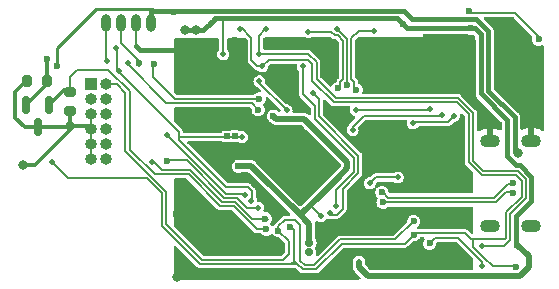
<source format=gbr>
%TF.GenerationSoftware,KiCad,Pcbnew,(6.0.9)*%
%TF.CreationDate,2022-11-24T16:48:46+01:00*%
%TF.ProjectId,LDAD ATOM PRO,4c444144-2041-4544-9f4d-2050524f2e6b,5.3*%
%TF.SameCoordinates,Original*%
%TF.FileFunction,Copper,L2,Bot*%
%TF.FilePolarity,Positive*%
%FSLAX46Y46*%
G04 Gerber Fmt 4.6, Leading zero omitted, Abs format (unit mm)*
G04 Created by KiCad (PCBNEW (6.0.9)) date 2022-11-24 16:48:46*
%MOMM*%
%LPD*%
G01*
G04 APERTURE LIST*
G04 Aperture macros list*
%AMRoundRect*
0 Rectangle with rounded corners*
0 $1 Rounding radius*
0 $2 $3 $4 $5 $6 $7 $8 $9 X,Y pos of 4 corners*
0 Add a 4 corners polygon primitive as box body*
4,1,4,$2,$3,$4,$5,$6,$7,$8,$9,$2,$3,0*
0 Add four circle primitives for the rounded corners*
1,1,$1+$1,$2,$3*
1,1,$1+$1,$4,$5*
1,1,$1+$1,$6,$7*
1,1,$1+$1,$8,$9*
0 Add four rect primitives between the rounded corners*
20,1,$1+$1,$2,$3,$4,$5,0*
20,1,$1+$1,$4,$5,$6,$7,0*
20,1,$1+$1,$6,$7,$8,$9,0*
20,1,$1+$1,$8,$9,$2,$3,0*%
G04 Aperture macros list end*
%TA.AperFunction,ComponentPad*%
%ADD10O,1.700000X1.100000*%
%TD*%
%TA.AperFunction,ComponentPad*%
%ADD11R,1.000000X1.000000*%
%TD*%
%TA.AperFunction,ComponentPad*%
%ADD12O,1.000000X1.000000*%
%TD*%
%TA.AperFunction,SMDPad,CuDef*%
%ADD13R,0.500000X0.500000*%
%TD*%
%TA.AperFunction,SMDPad,CuDef*%
%ADD14O,0.800000X1.500000*%
%TD*%
%TA.AperFunction,SMDPad,CuDef*%
%ADD15RoundRect,0.200000X0.275000X-0.200000X0.275000X0.200000X-0.275000X0.200000X-0.275000X-0.200000X0*%
%TD*%
%TA.AperFunction,SMDPad,CuDef*%
%ADD16RoundRect,0.150000X-0.150000X0.587500X-0.150000X-0.587500X0.150000X-0.587500X0.150000X0.587500X0*%
%TD*%
%TA.AperFunction,SMDPad,CuDef*%
%ADD17RoundRect,0.200000X-0.200000X-0.275000X0.200000X-0.275000X0.200000X0.275000X-0.200000X0.275000X0*%
%TD*%
%TA.AperFunction,ViaPad*%
%ADD18C,0.800000*%
%TD*%
%TA.AperFunction,ViaPad*%
%ADD19C,0.600000*%
%TD*%
%TA.AperFunction,ViaPad*%
%ADD20C,0.500000*%
%TD*%
%TA.AperFunction,ViaPad*%
%ADD21C,0.700000*%
%TD*%
%TA.AperFunction,Conductor*%
%ADD22C,0.300000*%
%TD*%
%TA.AperFunction,Conductor*%
%ADD23C,0.400000*%
%TD*%
%TA.AperFunction,Conductor*%
%ADD24C,0.200000*%
%TD*%
%TA.AperFunction,Conductor*%
%ADD25C,0.150000*%
%TD*%
%TA.AperFunction,Conductor*%
%ADD26C,0.320000*%
%TD*%
%TA.AperFunction,Conductor*%
%ADD27C,0.250000*%
%TD*%
%TA.AperFunction,Conductor*%
%ADD28C,0.510000*%
%TD*%
%TA.AperFunction,Conductor*%
%ADD29C,0.180000*%
%TD*%
G04 APERTURE END LIST*
D10*
%TO.P,J2,6,Shield*%
%TO.N,GND*%
X156990000Y-97160000D03*
X160470000Y-97140000D03*
X160470000Y-104360000D03*
X157000000Y-104350000D03*
%TD*%
D11*
%TO.P,J1,1,Pin_1*%
%TO.N,ADC_OUT*%
X123205000Y-92335000D03*
D12*
%TO.P,J1,2,Pin_2*%
%TO.N,GPIO8_I2C_SDA*%
X124475000Y-92335000D03*
%TO.P,J1,3,Pin_3*%
%TO.N,ADC_OUT*%
X123205000Y-93605000D03*
%TO.P,J1,4,Pin_4*%
%TO.N,GPIO06_EXT_PLUG2*%
X124475000Y-93605000D03*
%TO.P,J1,5,Pin_5*%
%TO.N,GND*%
X123205000Y-94875000D03*
%TO.P,J1,6,Pin_6*%
%TO.N,Net-(J1-Pad6)*%
X124475000Y-94875000D03*
%TO.P,J1,7,Pin_7*%
%TO.N,GND*%
X123205000Y-96145000D03*
%TO.P,J1,8,Pin_8*%
%TO.N,Net-(J1-Pad8)*%
X124475000Y-96145000D03*
%TO.P,J1,9,Pin_9*%
%TO.N,GND*%
X123205000Y-97415000D03*
%TO.P,J1,10,Pin_10*%
%TO.N,Net-(J1-Pad10)*%
X124475000Y-97415000D03*
%TO.P,J1,11,Pin_11*%
%TO.N,GND*%
X123205000Y-98685000D03*
%TO.P,J1,12,Pin_12*%
%TO.N,Net-(J1-Pad12)*%
X124475000Y-98685000D03*
%TD*%
D13*
%TO.P,REF\u002A\u002A,1*%
%TO.N,N/C*%
X135375000Y-96755000D03*
%TO.P,REF\u002A\u002A,2*%
X134750000Y-96760000D03*
%TD*%
D14*
%TO.P,ICSP1,1,Pin_1*%
%TO.N,5V0*%
X128275000Y-87150500D03*
%TO.P,ICSP1,2,Pin_2*%
%TO.N,GND*%
X127005000Y-87150500D03*
%TO.P,ICSP1,3,Pin_3*%
%TO.N,TXD0*%
X125735000Y-87150500D03*
%TO.P,ICSP1,4,Pin_4*%
%TO.N,RXD0*%
X124465000Y-87150500D03*
%TD*%
D15*
%TO.P,MCPC2,1*%
%TO.N,GND*%
X121380000Y-94605000D03*
%TO.P,MCPC2,2*%
%TO.N,VOLTAGE_REF*%
X121380000Y-92955000D03*
%TD*%
D16*
%TO.P,U1,1,Vin*%
%TO.N,3V3_PLUG*%
X117720000Y-94112500D03*
%TO.P,U1,2,Vout*%
%TO.N,VOLTAGE_REF*%
X119620000Y-94112500D03*
%TO.P,U1,3,Vss*%
%TO.N,GND*%
X118670000Y-95987500D03*
%TD*%
D17*
%TO.P,MCPC1,1*%
%TO.N,GND*%
X117805000Y-92070000D03*
%TO.P,MCPC1,2*%
%TO.N,3V3_PLUG*%
X119455000Y-92070000D03*
%TD*%
D18*
%TO.N,GND*%
X143280000Y-99230000D03*
D19*
X138670000Y-88630000D03*
X152640000Y-100989500D03*
X136010000Y-90800000D03*
D18*
X117430000Y-99150000D03*
X140460000Y-96390000D03*
X142030000Y-100500000D03*
X121390000Y-95900000D03*
X140810000Y-101870000D03*
D20*
X139360000Y-106450000D03*
D18*
X139430000Y-100410000D03*
X138110000Y-98950000D03*
D19*
X130530000Y-95260000D03*
D18*
X130440000Y-108690000D03*
D19*
X152330000Y-88540000D03*
D20*
X148180000Y-95930000D03*
D19*
X130410000Y-103290000D03*
D20*
X136320000Y-106470000D03*
X132440000Y-101950000D03*
D19*
X147580000Y-103110000D03*
X130460000Y-101500000D03*
D18*
X141860000Y-97750000D03*
D19*
X136440000Y-95270000D03*
X130520000Y-88730000D03*
D20*
X148590000Y-99620000D03*
D18*
X139210000Y-97790000D03*
D19*
X145860000Y-104830000D03*
D18*
X159400000Y-92680000D03*
D20*
X142030000Y-88630000D03*
X133270000Y-106360000D03*
D18*
X140630000Y-99060000D03*
D20*
X141500000Y-94330000D03*
D19*
X135360000Y-88600000D03*
%TO.N,VOLTAGE_REF*%
X138040000Y-104620000D03*
D20*
%TO.N,Net-(EC50-Pad1)*%
X141110000Y-90830000D03*
X143940000Y-102670000D03*
%TO.N,Net-(EC51-Pad1)*%
X143410000Y-103280000D03*
X142030000Y-93110000D03*
D21*
%TO.N,3V3*%
X141680000Y-105780000D03*
D19*
X155340000Y-87610000D03*
D18*
X132090000Y-87750000D03*
D20*
X145880000Y-107350000D03*
D21*
X141670000Y-106550000D03*
D19*
X135680000Y-99280000D03*
D20*
X134390000Y-89790000D03*
D19*
X138640000Y-95030000D03*
X149590000Y-87250000D03*
D20*
X146050000Y-107990000D03*
D19*
X161100000Y-88540000D03*
D18*
X131120000Y-87730000D03*
D20*
X142640000Y-103490000D03*
D19*
X155230000Y-86110000D03*
X159250000Y-105910000D03*
D20*
%TO.N,CHIP_EN*%
X129630000Y-96610000D03*
X136220000Y-101710000D03*
%TO.N,ESP_GPIO0_BOOT-DTR*%
X136770000Y-102200000D03*
X135990000Y-96810000D03*
X125330000Y-89280000D03*
X125560000Y-91180000D03*
D19*
%TO.N,GPIO8_I2C_SDA*%
X151870000Y-105810000D03*
X139050000Y-104730000D03*
D20*
X137440000Y-89740000D03*
D19*
X150510000Y-103940000D03*
D20*
X156260000Y-106060000D03*
X156280000Y-107760000D03*
X138010000Y-87690000D03*
D19*
%TO.N,USB_D-*%
X147920000Y-102330000D03*
X158910000Y-101530000D03*
D20*
%TO.N,SPIHD*%
X150460000Y-95660000D03*
X153940000Y-94990000D03*
%TO.N,SPICLK*%
X145340000Y-96210000D03*
X152950000Y-94940000D03*
%TO.N,SPID*%
X145630000Y-94510000D03*
X151910000Y-94420000D03*
D19*
%TO.N,USB_D+*%
X147830000Y-101490000D03*
X158953153Y-100731663D03*
%TO.N,TXD0*%
X127280000Y-90580000D03*
%TO.N,RXD0*%
X137350000Y-94490000D03*
D20*
X124530000Y-90330000D03*
X126290000Y-90530000D03*
%TO.N,GPIO9_I2C_SCL*%
X119860000Y-98930000D03*
X135800000Y-87620000D03*
D19*
X159150000Y-107810000D03*
X140080000Y-104420000D03*
D20*
X137690000Y-90820000D03*
D19*
X150530000Y-105060000D03*
%TO.N,Net-(ER2-Pad2)*%
X128490000Y-90600000D03*
X137430000Y-93580000D03*
D20*
%TO.N,SPICS1*%
X146800000Y-100730000D03*
X149160000Y-100230000D03*
%TO.N,IO35_LED_G*%
X144060000Y-87670000D03*
D19*
X144890000Y-92370000D03*
%TO.N,5V0*%
X120330000Y-90750000D03*
X130210000Y-86210000D03*
D18*
X159330000Y-98200000D03*
D19*
%TO.N,IO34_LED_B*%
X145650000Y-92800000D03*
D20*
X147170000Y-87810000D03*
D19*
%TO.N,IO36_LED_R*%
X144110000Y-92680000D03*
D20*
X141600000Y-87910000D03*
D19*
%TO.N,GPIO06_EXT_PLUG2*%
X137950000Y-103710000D03*
D20*
X128390000Y-98920000D03*
%TO.N,GPIO38_IMU_CS*%
X137450000Y-92080000D03*
X139750000Y-94540000D03*
%TO.N,GPIO2_PLUG_PWR_3V3*%
X137340000Y-102790000D03*
D19*
X129610000Y-98860000D03*
%TO.N,3V3_PLUG*%
X119440000Y-90210000D03*
%TD*%
D22*
%TO.N,GND*%
X130460000Y-101500000D02*
X130460000Y-104360000D01*
D23*
X155560000Y-91530000D02*
X155560000Y-93480000D01*
D22*
X130440000Y-108690000D02*
X145510000Y-108690000D01*
D24*
X135280000Y-95270000D02*
X134980000Y-95270000D01*
X148180000Y-99130000D02*
X148750000Y-99700000D01*
D25*
X127005000Y-87150500D02*
X127005000Y-89065000D01*
D26*
X118430000Y-99190000D02*
X117450000Y-99190000D01*
D24*
X134980000Y-95270000D02*
X136690000Y-95270000D01*
D23*
X155400000Y-88540000D02*
X155560000Y-88700000D01*
D24*
X143240000Y-99440000D02*
X140810000Y-101870000D01*
X139430000Y-100180000D02*
X141860000Y-97750000D01*
D23*
X130420000Y-89420000D02*
X130420000Y-91050000D01*
D24*
X139430000Y-100410000D02*
X139430000Y-100180000D01*
X147580000Y-103910000D02*
X146670000Y-104820000D01*
X138180000Y-99030000D02*
X138180000Y-98670000D01*
D22*
X127005000Y-86555000D02*
X127005000Y-87150500D01*
D24*
X134630000Y-95210000D02*
X130490000Y-95210000D01*
X147580000Y-103110000D02*
X147580000Y-103910000D01*
D23*
X156990000Y-94910000D02*
X156990000Y-96640000D01*
D26*
X121380000Y-95890000D02*
X121390000Y-95900000D01*
X121390000Y-95900000D02*
X122960000Y-95900000D01*
D24*
X136010000Y-90800000D02*
X136620000Y-91410000D01*
D26*
X116780000Y-92970000D02*
X117680000Y-92070000D01*
D24*
X123205000Y-94875000D02*
X123205000Y-98685000D01*
X148750000Y-99700000D02*
X151350500Y-99700000D01*
D26*
X121390000Y-95900000D02*
X121302500Y-95987500D01*
D24*
X130480000Y-88590000D02*
X130480000Y-88720000D01*
X139340000Y-106470000D02*
X139360000Y-106450000D01*
D27*
X132380000Y-105390000D02*
X133260000Y-106270000D01*
D23*
X127360000Y-89420000D02*
X127010000Y-89070000D01*
D24*
X137990000Y-99030000D02*
X138180000Y-99030000D01*
X135280000Y-95270000D02*
X136670000Y-95270000D01*
X136010000Y-90810000D02*
X136010000Y-88700000D01*
D23*
X138670000Y-88630000D02*
X142030000Y-88630000D01*
D22*
X130440000Y-108690000D02*
X130440000Y-107510000D01*
D24*
X136010000Y-88700000D02*
X136120000Y-88590000D01*
D26*
X121390000Y-95900000D02*
X121390000Y-96230000D01*
D23*
X152330000Y-88540000D02*
X153440000Y-88540000D01*
D27*
X133460000Y-106470000D02*
X136320000Y-106470000D01*
D24*
X139210000Y-97790000D02*
X139400000Y-97790000D01*
D27*
X132380000Y-103500000D02*
X132380000Y-105390000D01*
D24*
X135710000Y-95270000D02*
X135280000Y-95270000D01*
D27*
X132380000Y-103500000D02*
X132380000Y-101890000D01*
X133260000Y-106270000D02*
X133460000Y-106470000D01*
D24*
X134690000Y-95270000D02*
X134630000Y-95210000D01*
X139400000Y-97790000D02*
X142000000Y-100390000D01*
X138580000Y-91410000D02*
X141500000Y-94330000D01*
X148180000Y-95930000D02*
X148180000Y-99130000D01*
D23*
X130440000Y-88650000D02*
X133490000Y-88650000D01*
D24*
X136620000Y-91410000D02*
X138580000Y-91410000D01*
D23*
X155560000Y-88700000D02*
X155560000Y-91530000D01*
D24*
X136320000Y-106470000D02*
X139340000Y-106470000D01*
D23*
X130420000Y-89420000D02*
X127360000Y-89420000D01*
D26*
X118670000Y-95987500D02*
X117577500Y-95987500D01*
X117577500Y-95987500D02*
X116780000Y-95190000D01*
X122960000Y-95900000D02*
X123205000Y-96145000D01*
D23*
X130420000Y-88710000D02*
X130420000Y-89420000D01*
X153440000Y-88540000D02*
X155400000Y-88540000D01*
D26*
X121302500Y-95987500D02*
X118670000Y-95987500D01*
D24*
X143240000Y-99120000D02*
X143240000Y-99440000D01*
D26*
X121380000Y-94730000D02*
X121380000Y-95890000D01*
D24*
X127005000Y-87085000D02*
X127005000Y-86555000D01*
D23*
X153440000Y-88540000D02*
X147470000Y-88540000D01*
D24*
X136010000Y-90800000D02*
X136020000Y-90800000D01*
X146670000Y-104820000D02*
X145855000Y-104820000D01*
D23*
X136080000Y-88590000D02*
X135040000Y-88590000D01*
D26*
X121390000Y-96230000D02*
X118430000Y-99190000D01*
D25*
X127005000Y-89065000D02*
X127010000Y-89070000D01*
D24*
X136660000Y-95280000D02*
X136670000Y-95270000D01*
X138180000Y-98670000D02*
X140460000Y-96390000D01*
X136690000Y-95270000D02*
X139210000Y-97790000D01*
D23*
X130420000Y-89860000D02*
X130420000Y-91770000D01*
D24*
X134980000Y-95270000D02*
X134690000Y-95270000D01*
D23*
X155560000Y-93480000D02*
X156990000Y-94910000D01*
D26*
X116780000Y-95190000D02*
X116780000Y-92970000D01*
D24*
X151350500Y-99700000D02*
X152640000Y-100989500D01*
D26*
%TO.N,VOLTAGE_REF*%
X119620000Y-94112500D02*
X119620000Y-94110000D01*
D25*
X126500000Y-97870000D02*
X126500000Y-92940000D01*
D26*
X119620000Y-94110000D02*
X120900000Y-92830000D01*
D25*
X138040000Y-104620000D02*
X137230052Y-104620000D01*
X122040000Y-91100000D02*
X121380000Y-91760000D01*
X124660000Y-91100000D02*
X122040000Y-91100000D01*
X134145026Y-102660000D02*
X131455026Y-99970000D01*
X121380000Y-91760000D02*
X121380000Y-92830000D01*
X135270052Y-102660000D02*
X134145026Y-102660000D01*
X137230052Y-104620000D02*
X135270052Y-102660000D01*
D26*
X120900000Y-92830000D02*
X121380000Y-92830000D01*
D25*
X126500000Y-92940000D02*
X124660000Y-91100000D01*
X128600000Y-99970000D02*
X126500000Y-97870000D01*
X131455026Y-99970000D02*
X128600000Y-99970000D01*
%TO.N,Net-(EC50-Pad1)*%
X143910000Y-102670000D02*
X143960000Y-102720000D01*
X142130000Y-95240000D02*
X145460000Y-98570000D01*
X145460000Y-99730000D02*
X143940000Y-101250000D01*
X142130000Y-94160000D02*
X142130000Y-95240000D01*
X141110000Y-93140000D02*
X142130000Y-94160000D01*
X141110000Y-90830000D02*
X141110000Y-93140000D01*
X145460000Y-98570000D02*
X145460000Y-99730000D01*
X143940000Y-101250000D02*
X143940000Y-102670000D01*
%TO.N,Net-(EC51-Pad1)*%
X142030000Y-93110000D02*
X142510000Y-93590000D01*
X143520000Y-103390000D02*
X143410000Y-103280000D01*
X144020000Y-103390000D02*
X143520000Y-103390000D01*
X145840000Y-98380000D02*
X145840000Y-99850000D01*
X145840000Y-99850000D02*
X144520000Y-101170000D01*
X142510000Y-95050000D02*
X145840000Y-98380000D01*
X142510000Y-93590000D02*
X142510000Y-95050000D01*
X144520000Y-102890000D02*
X144020000Y-103390000D01*
X144520000Y-101170000D02*
X144520000Y-102890000D01*
D23*
%TO.N,3V3*%
X132720000Y-87730000D02*
X131120000Y-87730000D01*
D28*
X144135000Y-100235000D02*
X144900000Y-99470000D01*
D24*
X135190000Y-86810000D02*
X135150000Y-86770000D01*
D29*
X161100000Y-88540000D02*
X161100000Y-88310000D01*
X161100000Y-88310000D02*
X159100000Y-86310000D01*
D28*
X141680000Y-104180000D02*
X141680000Y-105780000D01*
X142645000Y-101725000D02*
X141015000Y-103355000D01*
D23*
X160485000Y-100158274D02*
X160485000Y-102191726D01*
D28*
X160260000Y-107820000D02*
X159480000Y-108600000D01*
D23*
X159145000Y-105805000D02*
X159250000Y-105910000D01*
D28*
X137535000Y-100035000D02*
X136780000Y-99280000D01*
D23*
X159145000Y-103531726D02*
X159145000Y-105805000D01*
D24*
X135170000Y-86790000D02*
X135150000Y-86770000D01*
D28*
X141795000Y-95855000D02*
X141210000Y-95270000D01*
D23*
X133495000Y-86955000D02*
X133300000Y-87150000D01*
D24*
X142250000Y-102160000D02*
X142250000Y-102120000D01*
D28*
X142645000Y-101725000D02*
X144135000Y-100235000D01*
D23*
X159213629Y-99215000D02*
X159541726Y-99215000D01*
D28*
X160260000Y-107420000D02*
X160260000Y-106920000D01*
D23*
X155340000Y-87610000D02*
X149950000Y-87610000D01*
X158430000Y-95340000D02*
X158430000Y-98431371D01*
D28*
X141210000Y-95270000D02*
X138880000Y-95270000D01*
D23*
X160485000Y-102191726D02*
X159145000Y-103531726D01*
X139860000Y-86770000D02*
X140750000Y-86770000D01*
X156190000Y-88070000D02*
X156190000Y-93100000D01*
D28*
X159480000Y-108600000D02*
X146650000Y-108600000D01*
D23*
X156190000Y-93100000D02*
X158430000Y-95340000D01*
D28*
X140855000Y-103355000D02*
X141330000Y-103830000D01*
D23*
X134250000Y-86770000D02*
X135150000Y-86770000D01*
D28*
X160260000Y-107420000D02*
X160260000Y-107820000D01*
D23*
X133495000Y-86955000D02*
X132720000Y-87730000D01*
X149950000Y-87610000D02*
X149590000Y-87250000D01*
D28*
X141015000Y-103355000D02*
X140855000Y-103355000D01*
X144900000Y-99470000D02*
X144900000Y-98960000D01*
X160260000Y-106920000D02*
X159250000Y-105910000D01*
D23*
X133680000Y-86770000D02*
X133495000Y-86955000D01*
D24*
X134390000Y-86910000D02*
X134250000Y-86770000D01*
D28*
X144900000Y-98960000D02*
X141795000Y-95855000D01*
D23*
X140750000Y-86770000D02*
X147660000Y-86770000D01*
D28*
X141330000Y-103830000D02*
X141575000Y-104075000D01*
D29*
X155430000Y-86310000D02*
X155230000Y-86110000D01*
D28*
X142250000Y-102120000D02*
X142645000Y-101725000D01*
D24*
X142280000Y-102120000D02*
X142250000Y-102120000D01*
D28*
X138880000Y-95270000D02*
X138640000Y-95030000D01*
D24*
X134390000Y-89790000D02*
X134390000Y-86910000D01*
D23*
X147660000Y-86770000D02*
X149110000Y-86770000D01*
D28*
X145880000Y-107830000D02*
X145880000Y-107350000D01*
D23*
X158430000Y-98431371D02*
X159213629Y-99215000D01*
X135150000Y-86770000D02*
X139860000Y-86770000D01*
X159541726Y-99215000D02*
X160485000Y-100158274D01*
D28*
X141575000Y-104075000D02*
X141680000Y-104180000D01*
D23*
X155730000Y-87610000D02*
X156190000Y-88070000D01*
X155340000Y-87610000D02*
X155730000Y-87610000D01*
D24*
X142630000Y-103470000D02*
X141820000Y-102660000D01*
D28*
X146650000Y-108600000D02*
X145880000Y-107830000D01*
D27*
X144135000Y-100245000D02*
X144135000Y-100235000D01*
D29*
X159100000Y-86310000D02*
X155430000Y-86310000D01*
D28*
X136780000Y-99280000D02*
X135680000Y-99280000D01*
D23*
X134250000Y-86770000D02*
X133680000Y-86770000D01*
D28*
X137535000Y-100035000D02*
X140855000Y-103355000D01*
D23*
X149110000Y-86770000D02*
X149590000Y-87250000D01*
D25*
%TO.N,CHIP_EN*%
X136210000Y-101610000D02*
X134640000Y-101610000D01*
X129740000Y-96710000D02*
X129740000Y-96570000D01*
X134640000Y-101610000D02*
X129740000Y-96710000D01*
%TO.N,ESP_GPIO0_BOOT-DTR*%
X134630000Y-101060000D02*
X136500000Y-101060000D01*
D24*
X135277500Y-96787500D02*
X135282500Y-96782500D01*
D25*
X135990000Y-96810000D02*
X135310000Y-96810000D01*
X131325000Y-97755000D02*
X134630000Y-101060000D01*
X130630000Y-96810000D02*
X130630000Y-96380000D01*
X130630000Y-96810000D02*
X131310000Y-96810000D01*
X130630000Y-97060000D02*
X130630000Y-96810000D01*
X131325000Y-97755000D02*
X130870000Y-97300000D01*
D24*
X125430000Y-89310000D02*
X125430000Y-91070000D01*
D25*
X131310000Y-96810000D02*
X131670000Y-96810000D01*
X130870000Y-97300000D02*
X130630000Y-97060000D01*
X136800000Y-101360000D02*
X136800000Y-102110000D01*
X135310000Y-96810000D02*
X135282500Y-96782500D01*
X130630000Y-96380000D02*
X125420000Y-91170000D01*
X131670000Y-96810000D02*
X135990000Y-96810000D01*
X136500000Y-101060000D02*
X136800000Y-101360000D01*
X134657500Y-96787500D02*
X135277500Y-96787500D01*
X136800000Y-102110000D02*
X136720000Y-102190000D01*
%TO.N,GPIO8_I2C_SDA*%
X139640000Y-103790000D02*
X140430000Y-103790000D01*
X142290000Y-91870000D02*
X142290000Y-90460000D01*
X160010000Y-101994974D02*
X160010000Y-100355026D01*
X137440000Y-89740000D02*
X137440000Y-88210000D01*
X155530000Y-98815026D02*
X155530000Y-94740000D01*
X160010000Y-100355026D02*
X159344974Y-99690000D01*
X125365000Y-92325000D02*
X124575000Y-92325000D01*
D24*
X152345000Y-105335000D02*
X151870000Y-105810000D01*
D25*
X132570000Y-107180000D02*
X129570000Y-104180000D01*
X143940000Y-93520000D02*
X142290000Y-91870000D01*
X129570000Y-104180000D02*
X129570000Y-101434974D01*
X140430000Y-103790000D02*
X140910000Y-104270000D01*
X144290000Y-105480000D02*
X148970000Y-105480000D01*
X158670000Y-105524974D02*
X158670000Y-103334974D01*
X148970000Y-105480000D02*
X150510000Y-103940000D01*
D24*
X156280000Y-107360000D02*
X154255000Y-105335000D01*
D25*
X140910000Y-107290000D02*
X141280000Y-107660000D01*
X139940000Y-105620000D02*
X139940000Y-106730000D01*
X155530000Y-94740000D02*
X154310000Y-93520000D01*
X126100000Y-97964974D02*
X126100000Y-93060000D01*
X156404974Y-99690000D02*
X155530000Y-98815026D01*
X139050000Y-104380000D02*
X139640000Y-103790000D01*
X139050000Y-104730000D02*
X139940000Y-105620000D01*
X141570000Y-89740000D02*
X137440000Y-89740000D01*
X137440000Y-88210000D02*
X137960000Y-87690000D01*
X139050000Y-104730000D02*
X139050000Y-104380000D01*
X154310000Y-93520000D02*
X143940000Y-93520000D01*
D24*
X156280000Y-107760000D02*
X156280000Y-107360000D01*
D25*
X126100000Y-93060000D02*
X125365000Y-92325000D01*
X142290000Y-90460000D02*
X141570000Y-89740000D01*
X129570000Y-101434974D02*
X126100000Y-97964974D01*
X159344974Y-99690000D02*
X156404974Y-99690000D01*
X158134974Y-106060000D02*
X158670000Y-105524974D01*
X139490000Y-107180000D02*
X132570000Y-107180000D01*
X140910000Y-104270000D02*
X140910000Y-107290000D01*
X141280000Y-107660000D02*
X142110000Y-107660000D01*
X137960000Y-87690000D02*
X138010000Y-87690000D01*
D24*
X154255000Y-105335000D02*
X152345000Y-105335000D01*
D25*
X156260000Y-106060000D02*
X158134974Y-106060000D01*
X139940000Y-106730000D02*
X139490000Y-107180000D01*
X142110000Y-107660000D02*
X144290000Y-105480000D01*
X158670000Y-103334974D02*
X160010000Y-101994974D01*
D24*
%TO.N,USB_D-*%
X158350000Y-101490000D02*
X157500000Y-102340000D01*
X158910000Y-101530000D02*
X158870000Y-101490000D01*
X147930000Y-102340000D02*
X147920000Y-102330000D01*
X157500000Y-102340000D02*
X147930000Y-102340000D01*
X158870000Y-101490000D02*
X158350000Y-101490000D01*
%TO.N,SPIHD*%
X152100000Y-95510000D02*
X151660000Y-95510000D01*
X153460000Y-95510000D02*
X152100000Y-95510000D01*
X153940000Y-94990000D02*
X153940000Y-95030000D01*
X152100000Y-95510000D02*
X150610000Y-95510000D01*
X153940000Y-95030000D02*
X153460000Y-95510000D01*
X150610000Y-95510000D02*
X150460000Y-95660000D01*
%TO.N,SPICLK*%
X146270000Y-94990000D02*
X145340000Y-95920000D01*
X152370000Y-94990000D02*
X146270000Y-94990000D01*
X152900000Y-94990000D02*
X152950000Y-94940000D01*
X152790000Y-94990000D02*
X152950000Y-94830000D01*
X145340000Y-95920000D02*
X145340000Y-96210000D01*
X152370000Y-94990000D02*
X152790000Y-94990000D01*
X152370000Y-94990000D02*
X152900000Y-94990000D01*
%TO.N,SPID*%
X151820000Y-94510000D02*
X151910000Y-94420000D01*
X145630000Y-94510000D02*
X151820000Y-94510000D01*
%TO.N,USB_D+*%
X158494314Y-100780000D02*
X157334314Y-101940000D01*
X147928529Y-101490000D02*
X147830000Y-101490000D01*
X148378529Y-101940000D02*
X147928529Y-101490000D01*
X157334314Y-101940000D02*
X148378529Y-101940000D01*
X158953153Y-100731663D02*
X158904816Y-100780000D01*
X158904816Y-100780000D02*
X158494314Y-100780000D01*
%TO.N,TXD0*%
X125735000Y-88855000D02*
X126415000Y-89535000D01*
X125735000Y-87150500D02*
X125735000Y-88855000D01*
X126415000Y-89535000D02*
X127270000Y-90390000D01*
X127270000Y-90390000D02*
X127270000Y-90770000D01*
D25*
%TO.N,RXD0*%
X136790000Y-93930000D02*
X129580000Y-93930000D01*
X124465000Y-87050500D02*
X124465000Y-89195000D01*
X129580000Y-93930000D02*
X126290000Y-90640000D01*
X124465000Y-89195000D02*
X124465000Y-90265000D01*
X124465000Y-89195000D02*
X124465000Y-89875000D01*
X124465000Y-90265000D02*
X124530000Y-90330000D01*
X137350000Y-94490000D02*
X136790000Y-93930000D01*
%TO.N,GPIO9_I2C_SCL*%
X158320000Y-103190000D02*
X159660000Y-101850000D01*
X129200000Y-101559948D02*
X129200000Y-104330000D01*
X155380000Y-105440000D02*
X154900000Y-104960000D01*
X155180000Y-94890000D02*
X154160000Y-93870000D01*
X140430000Y-107370000D02*
X140620000Y-107560000D01*
X159235000Y-107750000D02*
X157200000Y-107750000D01*
X141120000Y-108010000D02*
X140670000Y-107560000D01*
X129200000Y-104330000D02*
X132430000Y-107560000D01*
X141910000Y-92050000D02*
X141910000Y-90610000D01*
X138250000Y-90260000D02*
X137690000Y-90820000D01*
X140170000Y-107560000D02*
X140360000Y-107370000D01*
X127950052Y-100310000D02*
X129200000Y-101559948D01*
X156480000Y-107030000D02*
X155550000Y-106100000D01*
X136780000Y-88430000D02*
X135960000Y-87610000D01*
X141560000Y-90260000D02*
X138250000Y-90260000D01*
X140400000Y-104710000D02*
X140400000Y-106470000D01*
X140670000Y-107560000D02*
X140620000Y-107560000D01*
X143730000Y-93870000D02*
X141910000Y-92050000D01*
X154280000Y-104960000D02*
X154900000Y-104960000D01*
X156380000Y-105440000D02*
X158260000Y-105440000D01*
X119860000Y-98930000D02*
X121240000Y-100310000D01*
X136780000Y-89050000D02*
X136780000Y-88430000D01*
X149750000Y-105840000D02*
X144450000Y-105840000D01*
X140400000Y-106470000D02*
X140400000Y-107370000D01*
X154160000Y-93870000D02*
X143730000Y-93870000D01*
X159660000Y-100500000D02*
X159200000Y-100040000D01*
X141910000Y-90610000D02*
X141560000Y-90260000D01*
X137690000Y-90820000D02*
X137280000Y-90820000D01*
X159200000Y-100040000D02*
X156260000Y-100040000D01*
X154280000Y-104960000D02*
X150490000Y-104960000D01*
X140620000Y-107560000D02*
X140370000Y-107560000D01*
X140400000Y-107370000D02*
X140430000Y-107370000D01*
X144450000Y-105840000D02*
X142280000Y-108010000D01*
X158320000Y-105380000D02*
X158320000Y-103190000D01*
X150530000Y-105060000D02*
X149750000Y-105840000D01*
X157200000Y-107750000D02*
X156480000Y-107030000D01*
X155550000Y-105520000D02*
X155630000Y-105440000D01*
X159660000Y-101850000D02*
X159660000Y-100500000D01*
X155630000Y-105440000D02*
X156380000Y-105440000D01*
X155550000Y-106100000D02*
X155550000Y-105520000D01*
X140370000Y-107560000D02*
X140170000Y-107560000D01*
X140110000Y-104420000D02*
X140400000Y-104710000D01*
X137280000Y-90820000D02*
X136780000Y-90320000D01*
X156260000Y-100040000D02*
X155180000Y-98960000D01*
D24*
X140080000Y-104420000D02*
X140110000Y-104420000D01*
D25*
X136780000Y-90320000D02*
X136780000Y-89050000D01*
X140360000Y-107370000D02*
X140400000Y-107370000D01*
X156380000Y-105440000D02*
X155380000Y-105440000D01*
X132430000Y-107560000D02*
X140170000Y-107560000D01*
X142280000Y-108010000D02*
X141120000Y-108010000D01*
X121240000Y-100310000D02*
X127950052Y-100310000D01*
X140400000Y-107370000D02*
X140400000Y-107530000D01*
X158260000Y-105440000D02*
X158320000Y-105380000D01*
X140400000Y-107530000D02*
X140370000Y-107560000D01*
X155180000Y-98960000D02*
X155180000Y-94890000D01*
%TO.N,Net-(ER2-Pad2)*%
X137430000Y-93580000D02*
X130280000Y-93580000D01*
X130280000Y-93580000D02*
X128460000Y-91760000D01*
X128460000Y-91760000D02*
X128460000Y-90630000D01*
D29*
%TO.N,SPICS1*%
X149160000Y-100230000D02*
X147300000Y-100230000D01*
X147300000Y-100230000D02*
X146800000Y-100730000D01*
D25*
%TO.N,IO35_LED_G*%
X144890000Y-92370000D02*
X144890000Y-88500000D01*
X144890000Y-88500000D02*
X144060000Y-87670000D01*
D23*
%TO.N,5V0*%
X128290000Y-86160000D02*
X128260000Y-86130000D01*
X159090000Y-96380000D02*
X159090000Y-95120000D01*
X159090000Y-96380000D02*
X159090000Y-97470000D01*
D27*
X123050000Y-86540000D02*
X120320000Y-89270000D01*
D23*
X129540000Y-86160000D02*
X128550000Y-86160000D01*
X128275000Y-87150500D02*
X128260000Y-87135500D01*
X129800000Y-86160000D02*
X129540000Y-86160000D01*
X159090000Y-97960000D02*
X159330000Y-98200000D01*
D27*
X123050000Y-86540000D02*
X123590000Y-86000000D01*
D23*
X148750000Y-86160000D02*
X129800000Y-86160000D01*
X149680000Y-86160000D02*
X150005000Y-86485000D01*
X155830000Y-86850000D02*
X156840000Y-87860000D01*
X128550000Y-86160000D02*
X128290000Y-86160000D01*
D27*
X127890000Y-86000000D02*
X128390000Y-86000000D01*
D23*
X128260000Y-87092750D02*
X128260000Y-86087250D01*
D27*
X128390000Y-86000000D02*
X128550000Y-86160000D01*
D23*
X159090000Y-95120000D02*
X156840000Y-92870000D01*
X148750000Y-86160000D02*
X149680000Y-86160000D01*
D27*
X120320000Y-89270000D02*
X120320000Y-90630000D01*
X127890000Y-86000000D02*
X128130000Y-86000000D01*
D23*
X150005000Y-86485000D02*
X150370000Y-86850000D01*
X156840000Y-87860000D02*
X156840000Y-88270000D01*
X159090000Y-96380000D02*
X159090000Y-97960000D01*
X150370000Y-86850000D02*
X155830000Y-86850000D01*
X156840000Y-92870000D02*
X156840000Y-88270000D01*
D27*
X123590000Y-86000000D02*
X127890000Y-86000000D01*
X128130000Y-86000000D02*
X128260000Y-86130000D01*
D25*
%TO.N,IO34_LED_B*%
X145650000Y-92800000D02*
X145461586Y-92611586D01*
X145870000Y-87810000D02*
X147170000Y-87810000D01*
X145461586Y-92611586D02*
X145465000Y-92608173D01*
X145465000Y-92608173D02*
X145465000Y-92131827D01*
X145465000Y-92131827D02*
X145240000Y-91906827D01*
X145240000Y-88440000D02*
X145870000Y-87810000D01*
X145240000Y-91906827D02*
X145240000Y-88440000D01*
%TO.N,IO36_LED_R*%
X142160000Y-87890000D02*
X141710000Y-87890000D01*
X144100026Y-88205000D02*
X143814670Y-88205000D01*
X143499670Y-87890000D02*
X143270000Y-87890000D01*
X142160000Y-87890000D02*
X143270000Y-87890000D01*
X144315000Y-92131827D02*
X144540000Y-91906827D01*
X144315000Y-92475000D02*
X144315000Y-92131827D01*
X144540000Y-91906827D02*
X144540000Y-88644974D01*
X144110000Y-92680000D02*
X144315000Y-92475000D01*
X143814670Y-88205000D02*
X143499670Y-87890000D01*
X144540000Y-88644974D02*
X144100026Y-88205000D01*
%TO.N,GPIO06_EXT_PLUG2*%
X129210000Y-99610000D02*
X128520000Y-98920000D01*
X138150000Y-103720000D02*
X136825026Y-103720000D01*
X131590000Y-99610000D02*
X129210000Y-99610000D01*
X135415026Y-102310000D02*
X134290000Y-102310000D01*
X136825026Y-103720000D02*
X135415026Y-102310000D01*
X134290000Y-102310000D02*
X131590000Y-99610000D01*
%TO.N,GPIO38_IMU_CS*%
X139770000Y-94540000D02*
X137450000Y-92220000D01*
X137450000Y-92220000D02*
X137450000Y-91930000D01*
%TO.N,GPIO2_PLUG_PWR_3V3*%
X137400000Y-102790000D02*
X136390000Y-102790000D01*
X134480000Y-101960000D02*
X131300000Y-98780000D01*
X131300000Y-98780000D02*
X129450000Y-98780000D01*
X136390000Y-102790000D02*
X135560000Y-101960000D01*
X135560000Y-101960000D02*
X134480000Y-101960000D01*
D26*
%TO.N,3V3_PLUG*%
X119580000Y-92070000D02*
X119440000Y-91930000D01*
X119440000Y-91930000D02*
X119440000Y-90210000D01*
X119580000Y-92070000D02*
X119580000Y-92252500D01*
X119580000Y-92252500D02*
X117720000Y-94112500D01*
%TD*%
%TA.AperFunction,Conductor*%
%TO.N,GND*%
G36*
X155046799Y-88084502D02*
G01*
X155053000Y-88088863D01*
X155053807Y-88089329D01*
X155060357Y-88094355D01*
X155067983Y-88097514D01*
X155067985Y-88097515D01*
X155172113Y-88140646D01*
X155195246Y-88150228D01*
X155340000Y-88169285D01*
X155348188Y-88168207D01*
X155476566Y-88151306D01*
X155484754Y-88150228D01*
X155507887Y-88140646D01*
X155578477Y-88133057D01*
X155645200Y-88167960D01*
X155698595Y-88221355D01*
X155732621Y-88283667D01*
X155735500Y-88310450D01*
X155735500Y-93065544D01*
X155734627Y-93080353D01*
X155730593Y-93114438D01*
X155732285Y-93123702D01*
X155732285Y-93123705D01*
X155741229Y-93172680D01*
X155741878Y-93176582D01*
X155749284Y-93225836D01*
X155750685Y-93235151D01*
X155753838Y-93241718D01*
X155755147Y-93248883D01*
X155782462Y-93301467D01*
X155784205Y-93304957D01*
X155809846Y-93358353D01*
X155814741Y-93363648D01*
X155814834Y-93363787D01*
X155818148Y-93370166D01*
X155822494Y-93375254D01*
X155860076Y-93412836D01*
X155863506Y-93416401D01*
X155902617Y-93458712D01*
X155909017Y-93462430D01*
X155915277Y-93468037D01*
X157938595Y-95491355D01*
X157972621Y-95553667D01*
X157975500Y-95580450D01*
X157975500Y-96116411D01*
X157955498Y-96184532D01*
X157901842Y-96231025D01*
X157831568Y-96241129D01*
X157788799Y-96226826D01*
X157714202Y-96185816D01*
X157702938Y-96180988D01*
X157516905Y-96121975D01*
X157504916Y-96119427D01*
X157353053Y-96102393D01*
X157346029Y-96102000D01*
X157262115Y-96102000D01*
X157246876Y-96106475D01*
X157245671Y-96107865D01*
X157244000Y-96115548D01*
X157244000Y-97288000D01*
X157223998Y-97356121D01*
X157170342Y-97402614D01*
X157118000Y-97414000D01*
X156862000Y-97414000D01*
X156793879Y-97393998D01*
X156747386Y-97340342D01*
X156736000Y-97288000D01*
X156736000Y-96120115D01*
X156731525Y-96104876D01*
X156730135Y-96103671D01*
X156722452Y-96102000D01*
X156640876Y-96102000D01*
X156634728Y-96102301D01*
X156489639Y-96116527D01*
X156477604Y-96118910D01*
X156290777Y-96175317D01*
X156279435Y-96179992D01*
X156107121Y-96271612D01*
X156096905Y-96278399D01*
X156065136Y-96304310D01*
X155999705Y-96331864D01*
X155929763Y-96319669D01*
X155877518Y-96271597D01*
X155859500Y-96206667D01*
X155859500Y-94759882D01*
X155859980Y-94748900D01*
X155862349Y-94721822D01*
X155863310Y-94710840D01*
X155853419Y-94673927D01*
X155851041Y-94663199D01*
X155846319Y-94636419D01*
X155846319Y-94636418D01*
X155844405Y-94625566D01*
X155838894Y-94616021D01*
X155837637Y-94612567D01*
X155836087Y-94609244D01*
X155833235Y-94598599D01*
X155811315Y-94567294D01*
X155805410Y-94558024D01*
X155791819Y-94534483D01*
X155791816Y-94534479D01*
X155786305Y-94524934D01*
X155757044Y-94500381D01*
X155748940Y-94492956D01*
X155495736Y-94239752D01*
X155490000Y-88590000D01*
X151300000Y-88550000D01*
X151298002Y-88191201D01*
X151317625Y-88122970D01*
X151371021Y-88076180D01*
X151424000Y-88064500D01*
X154978678Y-88064500D01*
X155046799Y-88084502D01*
G37*
%TD.AperFunction*%
%TA.AperFunction,Conductor*%
G36*
X158973234Y-86674502D02*
G01*
X158994208Y-86691405D01*
X160540741Y-88237938D01*
X160574767Y-88300250D01*
X160568054Y-88375252D01*
X160559772Y-88395246D01*
X160540715Y-88540000D01*
X160541793Y-88548188D01*
X160547298Y-88590000D01*
X160559772Y-88684754D01*
X160615645Y-88819642D01*
X160704526Y-88935474D01*
X160711076Y-88940500D01*
X160711079Y-88940503D01*
X160805238Y-89012754D01*
X160820357Y-89024355D01*
X160955246Y-89080228D01*
X161100000Y-89099285D01*
X161108188Y-89098207D01*
X161236566Y-89081306D01*
X161244754Y-89080228D01*
X161379643Y-89024355D01*
X161380567Y-89026587D01*
X161437584Y-89012754D01*
X161504676Y-89035974D01*
X161548564Y-89091780D01*
X161557590Y-89138555D01*
X161560708Y-96154650D01*
X161540736Y-96222780D01*
X161487101Y-96269296D01*
X161416832Y-96279431D01*
X161371248Y-96261676D01*
X161370627Y-96262806D01*
X161194202Y-96165816D01*
X161182938Y-96160988D01*
X160996905Y-96101975D01*
X160984916Y-96099427D01*
X160833053Y-96082393D01*
X160826029Y-96082000D01*
X160742115Y-96082000D01*
X160726876Y-96086475D01*
X160725671Y-96087865D01*
X160724000Y-96095548D01*
X160724000Y-97268000D01*
X160703998Y-97336121D01*
X160650342Y-97382614D01*
X160598000Y-97394000D01*
X160342000Y-97394000D01*
X160273879Y-97373998D01*
X160227386Y-97320342D01*
X160216000Y-97268000D01*
X160216000Y-96100115D01*
X160211525Y-96084876D01*
X160210135Y-96083671D01*
X160202452Y-96082000D01*
X160120876Y-96082000D01*
X160114728Y-96082301D01*
X159969639Y-96096527D01*
X159957604Y-96098910D01*
X159770777Y-96155317D01*
X159759439Y-96159990D01*
X159729654Y-96175827D01*
X159660116Y-96190147D01*
X159593876Y-96164599D01*
X159551963Y-96107295D01*
X159544500Y-96064576D01*
X159544500Y-95154464D01*
X159545373Y-95139654D01*
X159548301Y-95114915D01*
X159549408Y-95105563D01*
X159538763Y-95047275D01*
X159538119Y-95043407D01*
X159534329Y-95018198D01*
X159529315Y-94984849D01*
X159526162Y-94978282D01*
X159524853Y-94971117D01*
X159497554Y-94918564D01*
X159495785Y-94915023D01*
X159474233Y-94870140D01*
X159474231Y-94870137D01*
X159470154Y-94861647D01*
X159465264Y-94856357D01*
X159465159Y-94856202D01*
X159461852Y-94849835D01*
X159457506Y-94844746D01*
X159419924Y-94807164D01*
X159416494Y-94803598D01*
X159383774Y-94768202D01*
X159377383Y-94761288D01*
X159370983Y-94757570D01*
X159364723Y-94751963D01*
X157331405Y-92718645D01*
X157297379Y-92656333D01*
X157294500Y-92629550D01*
X157294500Y-87894457D01*
X157295373Y-87879648D01*
X157298300Y-87854916D01*
X157299407Y-87845563D01*
X157288771Y-87787324D01*
X157288121Y-87783420D01*
X157280715Y-87734158D01*
X157280714Y-87734155D01*
X157279315Y-87724849D01*
X157276162Y-87718282D01*
X157274853Y-87711117D01*
X157247554Y-87658564D01*
X157245785Y-87655023D01*
X157224233Y-87610140D01*
X157224231Y-87610137D01*
X157220154Y-87601647D01*
X157215264Y-87596357D01*
X157215159Y-87596202D01*
X157211852Y-87589835D01*
X157207506Y-87584746D01*
X157169924Y-87547164D01*
X157166494Y-87543598D01*
X157127383Y-87501288D01*
X157120983Y-87497570D01*
X157114723Y-87491963D01*
X156492355Y-86869595D01*
X156458329Y-86807283D01*
X156463394Y-86736468D01*
X156505941Y-86679632D01*
X156572461Y-86654821D01*
X156581450Y-86654500D01*
X158905113Y-86654500D01*
X158973234Y-86674502D01*
G37*
%TD.AperFunction*%
%TD*%
%TA.AperFunction,Conductor*%
%TO.N,GND*%
G36*
X151383080Y-105309502D02*
G01*
X151429573Y-105363158D01*
X151439677Y-105433432D01*
X151414921Y-105492205D01*
X151390672Y-105523806D01*
X151390670Y-105523809D01*
X151385645Y-105530358D01*
X151382486Y-105537984D01*
X151382485Y-105537986D01*
X151356704Y-105600228D01*
X151329772Y-105665246D01*
X151328695Y-105673430D01*
X151328694Y-105673432D01*
X151317456Y-105758795D01*
X151310715Y-105810000D01*
X151311793Y-105818188D01*
X151327541Y-105937806D01*
X151329772Y-105954754D01*
X151385645Y-106089642D01*
X151390672Y-106096193D01*
X151447657Y-106170457D01*
X151474526Y-106205474D01*
X151481076Y-106210500D01*
X151481079Y-106210503D01*
X151583804Y-106289327D01*
X151590357Y-106294355D01*
X151725246Y-106350228D01*
X151870000Y-106369285D01*
X151878188Y-106368207D01*
X152006566Y-106351306D01*
X152014754Y-106350228D01*
X152149643Y-106294355D01*
X152156196Y-106289327D01*
X152258921Y-106210503D01*
X152258924Y-106210500D01*
X152265474Y-106205474D01*
X152292344Y-106170457D01*
X152349328Y-106096193D01*
X152354355Y-106089642D01*
X152410228Y-105954754D01*
X152412460Y-105937806D01*
X152428207Y-105818188D01*
X152429285Y-105810000D01*
X152429802Y-105810068D01*
X152448209Y-105747379D01*
X152501865Y-105700886D01*
X152554207Y-105689500D01*
X154055971Y-105689500D01*
X154124092Y-105709502D01*
X154145066Y-105726405D01*
X155541263Y-107122602D01*
X155575289Y-107184914D01*
X155578168Y-107211564D01*
X155578312Y-107348687D01*
X155578958Y-107964368D01*
X155559027Y-108032509D01*
X155505421Y-108079059D01*
X155452958Y-108090500D01*
X146913232Y-108090500D01*
X146845111Y-108070498D01*
X146824136Y-108053595D01*
X146647514Y-107876972D01*
X146441904Y-107671362D01*
X146435546Y-107664514D01*
X146420046Y-107646525D01*
X146390733Y-107581862D01*
X146389500Y-107564278D01*
X146389500Y-107364292D01*
X146389582Y-107362454D01*
X146389536Y-107362453D01*
X146389688Y-107350000D01*
X146391300Y-107350020D01*
X146391598Y-107348687D01*
X146389500Y-107348687D01*
X146389500Y-107313418D01*
X146374049Y-107205530D01*
X146313643Y-107072674D01*
X146251747Y-107000840D01*
X146224235Y-106968910D01*
X146224233Y-106968908D01*
X146218377Y-106962112D01*
X146095908Y-106882732D01*
X145956083Y-106840915D01*
X145947107Y-106840860D01*
X145947106Y-106840860D01*
X145885943Y-106840486D01*
X145810142Y-106840023D01*
X145669816Y-106880129D01*
X145662229Y-106884916D01*
X145662227Y-106884917D01*
X145596734Y-106926240D01*
X145546387Y-106958007D01*
X145449777Y-107067397D01*
X145387753Y-107199505D01*
X145370500Y-107310309D01*
X145370500Y-107342810D01*
X145370350Y-107343773D01*
X145370500Y-107344920D01*
X145370500Y-107758817D01*
X145369141Y-107770978D01*
X145369620Y-107771017D01*
X145368900Y-107779963D01*
X145366919Y-107788719D01*
X145368973Y-107821819D01*
X145370258Y-107842539D01*
X145370500Y-107850341D01*
X145370500Y-107866582D01*
X145371135Y-107871015D01*
X145371135Y-107871016D01*
X145371988Y-107876972D01*
X145373018Y-107887028D01*
X145375400Y-107925424D01*
X145375956Y-107934383D01*
X145379003Y-107942824D01*
X145379577Y-107945595D01*
X145383881Y-107962855D01*
X145384678Y-107965579D01*
X145385951Y-107974470D01*
X145389668Y-107982645D01*
X145405591Y-108017668D01*
X145409403Y-108027032D01*
X145425513Y-108071655D01*
X145430809Y-108078904D01*
X145432146Y-108081419D01*
X145441108Y-108096756D01*
X145442641Y-108099153D01*
X145446357Y-108107326D01*
X145452219Y-108114129D01*
X145477321Y-108143261D01*
X145483609Y-108151179D01*
X145491663Y-108162205D01*
X145502667Y-108173209D01*
X145509024Y-108180055D01*
X145541623Y-108217888D01*
X145549153Y-108222769D01*
X145555314Y-108228143D01*
X145567296Y-108237838D01*
X145982891Y-108653433D01*
X146016917Y-108715745D01*
X146011852Y-108786560D01*
X145969305Y-108843396D01*
X145902785Y-108868207D01*
X145893897Y-108868528D01*
X137969032Y-108874894D01*
X130336275Y-108881026D01*
X130268140Y-108861079D01*
X130221604Y-108807460D01*
X130210176Y-108754790D01*
X130210955Y-108339980D01*
X130212410Y-107564278D01*
X130215130Y-106115068D01*
X130235260Y-106046984D01*
X130289003Y-106000592D01*
X130359296Y-105990620D01*
X130423821Y-106020235D01*
X130430225Y-106026209D01*
X132182945Y-107778929D01*
X132190372Y-107787033D01*
X132214934Y-107816305D01*
X132224479Y-107821816D01*
X132224483Y-107821819D01*
X132248024Y-107835410D01*
X132257294Y-107841315D01*
X132288599Y-107863235D01*
X132299244Y-107866087D01*
X132302567Y-107867637D01*
X132306021Y-107868894D01*
X132315566Y-107874405D01*
X132326418Y-107876319D01*
X132326419Y-107876319D01*
X132353199Y-107881041D01*
X132363927Y-107883419D01*
X132400840Y-107893310D01*
X132411815Y-107892350D01*
X132411816Y-107892350D01*
X132438915Y-107889979D01*
X132449896Y-107889500D01*
X140150118Y-107889500D01*
X140161100Y-107889980D01*
X140188175Y-107892349D01*
X140188176Y-107892349D01*
X140199160Y-107893310D01*
X140209809Y-107890457D01*
X140215270Y-107889979D01*
X140226249Y-107889500D01*
X140350118Y-107889500D01*
X140361100Y-107889980D01*
X140388175Y-107892349D01*
X140388176Y-107892349D01*
X140399160Y-107893310D01*
X140409809Y-107890457D01*
X140415270Y-107889979D01*
X140426249Y-107889500D01*
X140481327Y-107889500D01*
X140549448Y-107909502D01*
X140570422Y-107926405D01*
X140872940Y-108228923D01*
X140880367Y-108237027D01*
X140904934Y-108266305D01*
X140914477Y-108271815D01*
X140914481Y-108271818D01*
X140938029Y-108285413D01*
X140947300Y-108291319D01*
X140969571Y-108306914D01*
X140969573Y-108306915D01*
X140978599Y-108313235D01*
X140989243Y-108316087D01*
X140992567Y-108317637D01*
X140996021Y-108318894D01*
X141005566Y-108324405D01*
X141016418Y-108326319D01*
X141016419Y-108326319D01*
X141043199Y-108331041D01*
X141053930Y-108333420D01*
X141080191Y-108340457D01*
X141080193Y-108340457D01*
X141090840Y-108343310D01*
X141101824Y-108342349D01*
X141101825Y-108342349D01*
X141128900Y-108339980D01*
X141139882Y-108339500D01*
X142260118Y-108339500D01*
X142271100Y-108339980D01*
X142298175Y-108342349D01*
X142298176Y-108342349D01*
X142309160Y-108343310D01*
X142319807Y-108340457D01*
X142319809Y-108340457D01*
X142346070Y-108333420D01*
X142356801Y-108331041D01*
X142383581Y-108326319D01*
X142383582Y-108326319D01*
X142394434Y-108324405D01*
X142403979Y-108318894D01*
X142407433Y-108317637D01*
X142410757Y-108316087D01*
X142421401Y-108313235D01*
X142430427Y-108306915D01*
X142430429Y-108306914D01*
X142452700Y-108291319D01*
X142461971Y-108285413D01*
X142485515Y-108271820D01*
X142485518Y-108271818D01*
X142495066Y-108266305D01*
X142519640Y-108237019D01*
X142527055Y-108228928D01*
X144549578Y-106206405D01*
X144611890Y-106172379D01*
X144638673Y-106169500D01*
X149730118Y-106169500D01*
X149741100Y-106169980D01*
X149768175Y-106172349D01*
X149768176Y-106172349D01*
X149779160Y-106173310D01*
X149789807Y-106170457D01*
X149789809Y-106170457D01*
X149816070Y-106163420D01*
X149826801Y-106161041D01*
X149853581Y-106156319D01*
X149853582Y-106156319D01*
X149864434Y-106154405D01*
X149873979Y-106148894D01*
X149877433Y-106147637D01*
X149880757Y-106146087D01*
X149891401Y-106143235D01*
X149900427Y-106136915D01*
X149900429Y-106136914D01*
X149922700Y-106121319D01*
X149931971Y-106115413D01*
X149955515Y-106101820D01*
X149955518Y-106101818D01*
X149965066Y-106096305D01*
X149989624Y-106067038D01*
X149997050Y-106058933D01*
X150403617Y-105652367D01*
X150465929Y-105618342D01*
X150509157Y-105616541D01*
X150530000Y-105619285D01*
X150538188Y-105618207D01*
X150666566Y-105601306D01*
X150674754Y-105600228D01*
X150809643Y-105544355D01*
X150816196Y-105539327D01*
X150918921Y-105460503D01*
X150918924Y-105460500D01*
X150925474Y-105455474D01*
X150942388Y-105433432D01*
X151014355Y-105339642D01*
X151017030Y-105341694D01*
X151057026Y-105303529D01*
X151114806Y-105289500D01*
X151314959Y-105289500D01*
X151383080Y-105309502D01*
G37*
%TD.AperFunction*%
%TA.AperFunction,Conductor*%
G36*
X143048012Y-93654450D02*
G01*
X143054595Y-93660579D01*
X143482945Y-94088929D01*
X143490372Y-94097033D01*
X143495862Y-94103576D01*
X143514934Y-94126305D01*
X143524479Y-94131816D01*
X143524483Y-94131819D01*
X143548024Y-94145410D01*
X143557294Y-94151315D01*
X143588599Y-94173235D01*
X143599244Y-94176087D01*
X143602567Y-94177637D01*
X143606021Y-94178894D01*
X143615566Y-94184405D01*
X143626418Y-94186319D01*
X143626419Y-94186319D01*
X143653199Y-94191041D01*
X143663927Y-94193419D01*
X143700840Y-94203310D01*
X143711815Y-94202350D01*
X143711816Y-94202350D01*
X143738915Y-94199979D01*
X143749896Y-94199500D01*
X145023004Y-94199500D01*
X145091125Y-94219502D01*
X145137618Y-94273158D01*
X145147722Y-94343432D01*
X145144907Y-94356031D01*
X145142583Y-94360982D01*
X145136983Y-94396948D01*
X145122698Y-94488694D01*
X145120350Y-94503773D01*
X145121514Y-94512675D01*
X145121514Y-94512678D01*
X145134711Y-94613595D01*
X145139088Y-94647065D01*
X145197289Y-94779339D01*
X145203063Y-94786208D01*
X145254121Y-94846948D01*
X145290276Y-94889960D01*
X145297747Y-94894933D01*
X145297748Y-94894934D01*
X145403101Y-94965063D01*
X145403103Y-94965064D01*
X145410574Y-94970037D01*
X145419138Y-94972713D01*
X145419141Y-94972714D01*
X145499849Y-94997929D01*
X145558905Y-95037335D01*
X145587282Y-95102414D01*
X145575969Y-95172504D01*
X145551370Y-95207291D01*
X145125578Y-95633084D01*
X145110098Y-95645586D01*
X145106868Y-95648525D01*
X145098118Y-95654175D01*
X145078991Y-95678438D01*
X145075441Y-95682433D01*
X145075540Y-95682517D01*
X145072182Y-95686480D01*
X145068506Y-95690156D01*
X145065483Y-95694385D01*
X145065483Y-95694386D01*
X145058146Y-95704652D01*
X145054585Y-95709395D01*
X145031503Y-95738675D01*
X145031501Y-95738679D01*
X145025054Y-95746857D01*
X145022221Y-95754925D01*
X145017247Y-95761885D01*
X145014263Y-95771863D01*
X145003580Y-95807586D01*
X145001746Y-95813229D01*
X144999648Y-95819204D01*
X144975206Y-95860867D01*
X144913999Y-95930170D01*
X144910185Y-95938293D01*
X144910184Y-95938295D01*
X144893292Y-95974274D01*
X144852583Y-96060982D01*
X144851203Y-96069846D01*
X144851202Y-96069849D01*
X144832930Y-96187205D01*
X144830350Y-96203773D01*
X144831514Y-96212675D01*
X144831514Y-96212678D01*
X144844060Y-96308615D01*
X144849088Y-96347065D01*
X144907289Y-96479339D01*
X145000276Y-96589960D01*
X145007747Y-96594933D01*
X145007748Y-96594934D01*
X145113101Y-96665063D01*
X145113103Y-96665064D01*
X145120574Y-96670037D01*
X145129138Y-96672713D01*
X145129141Y-96672714D01*
X145189542Y-96691584D01*
X145258510Y-96713132D01*
X145402998Y-96715780D01*
X145422530Y-96710455D01*
X145533763Y-96680130D01*
X145533765Y-96680129D01*
X145542422Y-96677769D01*
X145665572Y-96602154D01*
X145762551Y-96495014D01*
X145825560Y-96364962D01*
X145849536Y-96222453D01*
X145849688Y-96210000D01*
X145837239Y-96123073D01*
X145830474Y-96075835D01*
X145830473Y-96075833D01*
X145829201Y-96066948D01*
X145823210Y-96053771D01*
X145813222Y-95983482D01*
X145842821Y-95918950D01*
X145848815Y-95912524D01*
X146379934Y-95381405D01*
X146442246Y-95347379D01*
X146469029Y-95344500D01*
X149854533Y-95344500D01*
X149922654Y-95364502D01*
X149969147Y-95418158D01*
X149979251Y-95488432D01*
X149975693Y-95504358D01*
X149972583Y-95510982D01*
X149971203Y-95519846D01*
X149971202Y-95519849D01*
X149951769Y-95644662D01*
X149950350Y-95653773D01*
X149951514Y-95662675D01*
X149951514Y-95662678D01*
X149964823Y-95764453D01*
X149969088Y-95797065D01*
X150027289Y-95929339D01*
X150120276Y-96039960D01*
X150127747Y-96044933D01*
X150127748Y-96044934D01*
X150233101Y-96115063D01*
X150233103Y-96115064D01*
X150240574Y-96120037D01*
X150249138Y-96122713D01*
X150249141Y-96122714D01*
X150281905Y-96132950D01*
X150378510Y-96163132D01*
X150522998Y-96165780D01*
X150616180Y-96140376D01*
X150653763Y-96130130D01*
X150653765Y-96130129D01*
X150662422Y-96127769D01*
X150785572Y-96052154D01*
X150882551Y-95945014D01*
X150886464Y-95936938D01*
X150886467Y-95936933D01*
X150887131Y-95935562D01*
X150888147Y-95934442D01*
X150891485Y-95929493D01*
X150892199Y-95929975D01*
X150934833Y-95882978D01*
X151000523Y-95864500D01*
X153408743Y-95864500D01*
X153428537Y-95866606D01*
X153432890Y-95866811D01*
X153443070Y-95869003D01*
X153473740Y-95865373D01*
X153479083Y-95865058D01*
X153479072Y-95864928D01*
X153484252Y-95864500D01*
X153489451Y-95864500D01*
X153494575Y-95863647D01*
X153494588Y-95863646D01*
X153507041Y-95861573D01*
X153512916Y-95860736D01*
X153549929Y-95856355D01*
X153560270Y-95855131D01*
X153567978Y-95851430D01*
X153576417Y-95850025D01*
X153618401Y-95827371D01*
X153623664Y-95824690D01*
X153635089Y-95819204D01*
X153666658Y-95804045D01*
X153670650Y-95800689D01*
X153672597Y-95798742D01*
X153674222Y-95797252D01*
X153674654Y-95797019D01*
X153674687Y-95797055D01*
X153674845Y-95796916D01*
X153680280Y-95793983D01*
X153692172Y-95781119D01*
X153714357Y-95757119D01*
X153717786Y-95753553D01*
X153942528Y-95528811D01*
X154003001Y-95495789D01*
X154002998Y-95495780D01*
X154109660Y-95466701D01*
X154133763Y-95460130D01*
X154133765Y-95460129D01*
X154142422Y-95457769D01*
X154265572Y-95382154D01*
X154362551Y-95275014D01*
X154425560Y-95144962D01*
X154449536Y-95002453D01*
X154449688Y-94990000D01*
X154442409Y-94939174D01*
X154452551Y-94868905D01*
X154499074Y-94815275D01*
X154567206Y-94795311D01*
X154635315Y-94815351D01*
X154656231Y-94832216D01*
X154813595Y-94989580D01*
X154847621Y-95051892D01*
X154850500Y-95078675D01*
X154850500Y-98940118D01*
X154850020Y-98951100D01*
X154846690Y-98989160D01*
X154849543Y-98999807D01*
X154849543Y-98999809D01*
X154856580Y-99026070D01*
X154858959Y-99036801D01*
X154865595Y-99074434D01*
X154871106Y-99083979D01*
X154872363Y-99087433D01*
X154873913Y-99090757D01*
X154876765Y-99101401D01*
X154883085Y-99110427D01*
X154883086Y-99110429D01*
X154898681Y-99132700D01*
X154904587Y-99141971D01*
X154918180Y-99165515D01*
X154918182Y-99165518D01*
X154923695Y-99175066D01*
X154932142Y-99182154D01*
X154932143Y-99182155D01*
X154952962Y-99199624D01*
X154961067Y-99207050D01*
X155533556Y-99779540D01*
X155567581Y-99841852D01*
X155570460Y-99868503D01*
X155572069Y-101400858D01*
X155572130Y-101459368D01*
X155552199Y-101527509D01*
X155498593Y-101574059D01*
X155446130Y-101585500D01*
X148577559Y-101585500D01*
X148509438Y-101565498D01*
X148488464Y-101548596D01*
X148413376Y-101473509D01*
X148379351Y-101411197D01*
X148377549Y-101400858D01*
X148371306Y-101353432D01*
X148371305Y-101353430D01*
X148370228Y-101345246D01*
X148328939Y-101245566D01*
X148317515Y-101217986D01*
X148317514Y-101217984D01*
X148314355Y-101210358D01*
X148241134Y-101114934D01*
X148230501Y-101101077D01*
X148230500Y-101101076D01*
X148225474Y-101094526D01*
X148218924Y-101089500D01*
X148218921Y-101089497D01*
X148116196Y-101010673D01*
X148116194Y-101010672D01*
X148109643Y-101005645D01*
X147974754Y-100949772D01*
X147830000Y-100930715D01*
X147821812Y-100931793D01*
X147693432Y-100948694D01*
X147693430Y-100948695D01*
X147685246Y-100949772D01*
X147638389Y-100969181D01*
X147557986Y-101002485D01*
X147557984Y-101002486D01*
X147550358Y-101005645D01*
X147538148Y-101015014D01*
X147457839Y-101076637D01*
X147391618Y-101102237D01*
X147322070Y-101087972D01*
X147271274Y-101038371D01*
X147255358Y-100969181D01*
X147267743Y-100921736D01*
X147281645Y-100893042D01*
X147285560Y-100884962D01*
X147309536Y-100742453D01*
X147311377Y-100742763D01*
X147334489Y-100684086D01*
X147344869Y-100672327D01*
X147405791Y-100611405D01*
X147468103Y-100577379D01*
X147494886Y-100574500D01*
X148734411Y-100574500D01*
X148802532Y-100594502D01*
X148815710Y-100604528D01*
X148820276Y-100609960D01*
X148827747Y-100614933D01*
X148827748Y-100614934D01*
X148933101Y-100685063D01*
X148933103Y-100685064D01*
X148940574Y-100690037D01*
X148949138Y-100692713D01*
X148949141Y-100692714D01*
X149005514Y-100710326D01*
X149078510Y-100733132D01*
X149222998Y-100735780D01*
X149244199Y-100730000D01*
X149353763Y-100700130D01*
X149353765Y-100700129D01*
X149362422Y-100697769D01*
X149485572Y-100622154D01*
X149582551Y-100515014D01*
X149645560Y-100384962D01*
X149669536Y-100242453D01*
X149669688Y-100230000D01*
X149654879Y-100126597D01*
X149650474Y-100095835D01*
X149650473Y-100095833D01*
X149649201Y-100086948D01*
X149589388Y-99955395D01*
X149583530Y-99948596D01*
X149583527Y-99948592D01*
X149500916Y-99852718D01*
X149500913Y-99852716D01*
X149495056Y-99845918D01*
X149373790Y-99767317D01*
X149347074Y-99759327D01*
X149243938Y-99728482D01*
X149243936Y-99728482D01*
X149235337Y-99725910D01*
X149226363Y-99725855D01*
X149226361Y-99725855D01*
X149163082Y-99725469D01*
X149090827Y-99725028D01*
X149082196Y-99727495D01*
X149082194Y-99727495D01*
X148960509Y-99762272D01*
X148960505Y-99762274D01*
X148951879Y-99764739D01*
X148944292Y-99769526D01*
X148944290Y-99769527D01*
X148837254Y-99837062D01*
X148829661Y-99841853D01*
X148823717Y-99848583D01*
X148816885Y-99854398D01*
X148814650Y-99851772D01*
X148768627Y-99880731D01*
X148734288Y-99885500D01*
X147320546Y-99885500D01*
X147309565Y-99885021D01*
X147280488Y-99882477D01*
X147280487Y-99882477D01*
X147269512Y-99881517D01*
X147258869Y-99884369D01*
X147258866Y-99884369D01*
X147230684Y-99891920D01*
X147219957Y-99894298D01*
X147191219Y-99899366D01*
X147191216Y-99899367D01*
X147180357Y-99901282D01*
X147170807Y-99906796D01*
X147166730Y-99908280D01*
X147162809Y-99910108D01*
X147152162Y-99912961D01*
X147143132Y-99919284D01*
X147119229Y-99936021D01*
X147109958Y-99941927D01*
X147084692Y-99956514D01*
X147084690Y-99956516D01*
X147075144Y-99962027D01*
X147068056Y-99970474D01*
X147049308Y-99992817D01*
X147041882Y-100000922D01*
X146854471Y-100188332D01*
X146792159Y-100222357D01*
X146764608Y-100225234D01*
X146730827Y-100225028D01*
X146722196Y-100227495D01*
X146722194Y-100227495D01*
X146600509Y-100262272D01*
X146600505Y-100262274D01*
X146591879Y-100264739D01*
X146584292Y-100269526D01*
X146584290Y-100269527D01*
X146477254Y-100337062D01*
X146469661Y-100341853D01*
X146463718Y-100348582D01*
X146463717Y-100348583D01*
X146424452Y-100393043D01*
X146373999Y-100450170D01*
X146312583Y-100580982D01*
X146311203Y-100589846D01*
X146311202Y-100589849D01*
X146292444Y-100710326D01*
X146290350Y-100723773D01*
X146291514Y-100732675D01*
X146291514Y-100732678D01*
X146300080Y-100798182D01*
X146309088Y-100867065D01*
X146367289Y-100999339D01*
X146373063Y-101006208D01*
X146445208Y-101092034D01*
X146460276Y-101109960D01*
X146467747Y-101114933D01*
X146467748Y-101114934D01*
X146573101Y-101185063D01*
X146573103Y-101185064D01*
X146580574Y-101190037D01*
X146589138Y-101192713D01*
X146589141Y-101192714D01*
X146624648Y-101203807D01*
X146718510Y-101233132D01*
X146862998Y-101235780D01*
X146926018Y-101218599D01*
X146993763Y-101200130D01*
X146993765Y-101200129D01*
X147002422Y-101197769D01*
X147078214Y-101151232D01*
X147117924Y-101126850D01*
X147125572Y-101122154D01*
X147128272Y-101119172D01*
X147191171Y-101092034D01*
X147261217Y-101103618D01*
X147313880Y-101151232D01*
X147332441Y-101219759D01*
X147322878Y-101265320D01*
X147312427Y-101290552D01*
X147289772Y-101345246D01*
X147288695Y-101353430D01*
X147288694Y-101353432D01*
X147281089Y-101411197D01*
X147270715Y-101490000D01*
X147271793Y-101498188D01*
X147283288Y-101585500D01*
X147289772Y-101634754D01*
X147345645Y-101769642D01*
X147366840Y-101797264D01*
X147434526Y-101885474D01*
X147433432Y-101886313D01*
X147463300Y-101941011D01*
X147458235Y-102011826D01*
X147444561Y-102036516D01*
X147444801Y-102036655D01*
X147440671Y-102043808D01*
X147435645Y-102050358D01*
X147379772Y-102185246D01*
X147378695Y-102193430D01*
X147378694Y-102193432D01*
X147367123Y-102281324D01*
X147360715Y-102330000D01*
X147379772Y-102474754D01*
X147435645Y-102609642D01*
X147440672Y-102616193D01*
X147516184Y-102714602D01*
X147524526Y-102725474D01*
X147531076Y-102730500D01*
X147531079Y-102730503D01*
X147633804Y-102809327D01*
X147640357Y-102814355D01*
X147775246Y-102870228D01*
X147920000Y-102889285D01*
X147928188Y-102888207D01*
X147936886Y-102887062D01*
X148064754Y-102870228D01*
X148199643Y-102814355D01*
X148208907Y-102807247D01*
X148315474Y-102725474D01*
X148316480Y-102726785D01*
X148370331Y-102697379D01*
X148397114Y-102694500D01*
X155447558Y-102694500D01*
X155515679Y-102714502D01*
X155562172Y-102768158D01*
X155573558Y-102820368D01*
X155575705Y-104865398D01*
X155555774Y-104933539D01*
X155502168Y-104980089D01*
X155431904Y-104990266D01*
X155367293Y-104960841D01*
X155360610Y-104954626D01*
X155147054Y-104741071D01*
X155139627Y-104732966D01*
X155122151Y-104712139D01*
X155115066Y-104703695D01*
X155105523Y-104698185D01*
X155105519Y-104698182D01*
X155081971Y-104684587D01*
X155072700Y-104678681D01*
X155050429Y-104663086D01*
X155050427Y-104663085D01*
X155041401Y-104656765D01*
X155030757Y-104653913D01*
X155027433Y-104652363D01*
X155023979Y-104651106D01*
X155014434Y-104645595D01*
X155003582Y-104643681D01*
X155003581Y-104643681D01*
X154976801Y-104638959D01*
X154966070Y-104636580D01*
X154939809Y-104629543D01*
X154939807Y-104629543D01*
X154929160Y-104626690D01*
X154918176Y-104627651D01*
X154918175Y-104627651D01*
X154891100Y-104630020D01*
X154880118Y-104630500D01*
X150923902Y-104630500D01*
X150855781Y-104610498D01*
X150847201Y-104604464D01*
X150831336Y-104592291D01*
X150789467Y-104534955D01*
X150785243Y-104464084D01*
X150820006Y-104402180D01*
X150831333Y-104392365D01*
X150898921Y-104340503D01*
X150898924Y-104340500D01*
X150905474Y-104335474D01*
X150933007Y-104299593D01*
X150973135Y-104247296D01*
X150994355Y-104219642D01*
X150999468Y-104207300D01*
X151047069Y-104092380D01*
X151050228Y-104084754D01*
X151052647Y-104066384D01*
X151068207Y-103948188D01*
X151069285Y-103940000D01*
X151050228Y-103795246D01*
X151019249Y-103720457D01*
X150997515Y-103667986D01*
X150997514Y-103667984D01*
X150994355Y-103660358D01*
X150927654Y-103573432D01*
X150910501Y-103551077D01*
X150910500Y-103551076D01*
X150905474Y-103544526D01*
X150898924Y-103539500D01*
X150898921Y-103539497D01*
X150796196Y-103460673D01*
X150796194Y-103460672D01*
X150789643Y-103455645D01*
X150654754Y-103399772D01*
X150510000Y-103380715D01*
X150501812Y-103381793D01*
X150373432Y-103398694D01*
X150373430Y-103398695D01*
X150365246Y-103399772D01*
X150317430Y-103419578D01*
X150237986Y-103452485D01*
X150237984Y-103452486D01*
X150230358Y-103455645D01*
X150194767Y-103482955D01*
X150135829Y-103528180D01*
X150114526Y-103544526D01*
X150025645Y-103660358D01*
X150022486Y-103667984D01*
X150022485Y-103667986D01*
X150000751Y-103720457D01*
X149969772Y-103795246D01*
X149950715Y-103940000D01*
X149951793Y-103948188D01*
X149953459Y-103960843D01*
X149942520Y-104030992D01*
X149917632Y-104066384D01*
X148870422Y-105113595D01*
X148808110Y-105147620D01*
X148781327Y-105150500D01*
X144309882Y-105150500D01*
X144298900Y-105150020D01*
X144271825Y-105147651D01*
X144271824Y-105147651D01*
X144260840Y-105146690D01*
X144250193Y-105149543D01*
X144250191Y-105149543D01*
X144223930Y-105156580D01*
X144213199Y-105158959D01*
X144186419Y-105163681D01*
X144186418Y-105163681D01*
X144175566Y-105165595D01*
X144166021Y-105171106D01*
X144162567Y-105172363D01*
X144159244Y-105173913D01*
X144148599Y-105176765D01*
X144139571Y-105183086D01*
X144139572Y-105183086D01*
X144117294Y-105198685D01*
X144108024Y-105204590D01*
X144084483Y-105218181D01*
X144084479Y-105218184D01*
X144074934Y-105223695D01*
X144067846Y-105232142D01*
X144050376Y-105252962D01*
X144042950Y-105261066D01*
X143014690Y-106289327D01*
X142466474Y-106837543D01*
X142404162Y-106871568D01*
X142333347Y-106866504D01*
X142276511Y-106823957D01*
X142251700Y-106757437D01*
X142255672Y-106715837D01*
X142255779Y-106715437D01*
X142258940Y-106707806D01*
X142279716Y-106550000D01*
X142258940Y-106392194D01*
X142255782Y-106384570D01*
X142255781Y-106384566D01*
X142201192Y-106252777D01*
X142198030Y-106245142D01*
X142193000Y-106238587D01*
X142190900Y-106234949D01*
X142174164Y-106165953D01*
X142200059Y-106095247D01*
X142203001Y-106091412D01*
X142203001Y-106091411D01*
X142208030Y-106084858D01*
X142232323Y-106026209D01*
X142265781Y-105945434D01*
X142265782Y-105945430D01*
X142268940Y-105937806D01*
X142289716Y-105780000D01*
X142268940Y-105622194D01*
X142265782Y-105614570D01*
X142265781Y-105614566D01*
X142211192Y-105482775D01*
X142211191Y-105482773D01*
X142208030Y-105475142D01*
X142205783Y-105472214D01*
X142189500Y-105411442D01*
X142189500Y-104251185D01*
X142190858Y-104239024D01*
X142190380Y-104238986D01*
X142191100Y-104230035D01*
X142193081Y-104221281D01*
X142189742Y-104167460D01*
X142189500Y-104159659D01*
X142189500Y-104143418D01*
X142188737Y-104138091D01*
X142188012Y-104133028D01*
X142186982Y-104122972D01*
X142184600Y-104084576D01*
X142184600Y-104084574D01*
X142184044Y-104075617D01*
X142180996Y-104067175D01*
X142180422Y-104064401D01*
X142175163Y-104043305D01*
X142174470Y-104038466D01*
X142184612Y-103968198D01*
X142231135Y-103914568D01*
X142299267Y-103894604D01*
X142369016Y-103915717D01*
X142413101Y-103945063D01*
X142413103Y-103945064D01*
X142420574Y-103950037D01*
X142429138Y-103952713D01*
X142429141Y-103952714D01*
X142489542Y-103971584D01*
X142558510Y-103993132D01*
X142702998Y-103995780D01*
X142725512Y-103989642D01*
X142833763Y-103960130D01*
X142833765Y-103960129D01*
X142842422Y-103957769D01*
X142965572Y-103882154D01*
X142988505Y-103856818D01*
X143061379Y-103776309D01*
X143121923Y-103739228D01*
X143192369Y-103740598D01*
X143222879Y-103750130D01*
X143328510Y-103783132D01*
X143472998Y-103785780D01*
X143512488Y-103775014D01*
X143603763Y-103750130D01*
X143603765Y-103750129D01*
X143612422Y-103747769D01*
X143628130Y-103738124D01*
X143694058Y-103719500D01*
X144000118Y-103719500D01*
X144011100Y-103719980D01*
X144038175Y-103722349D01*
X144038176Y-103722349D01*
X144049160Y-103723310D01*
X144059807Y-103720457D01*
X144059809Y-103720457D01*
X144086070Y-103713420D01*
X144096801Y-103711041D01*
X144123581Y-103706319D01*
X144123582Y-103706319D01*
X144134434Y-103704405D01*
X144143979Y-103698894D01*
X144147433Y-103697637D01*
X144150757Y-103696087D01*
X144161401Y-103693235D01*
X144170427Y-103686915D01*
X144170429Y-103686914D01*
X144192700Y-103671319D01*
X144201971Y-103665413D01*
X144225515Y-103651820D01*
X144225518Y-103651818D01*
X144235066Y-103646305D01*
X144259624Y-103617038D01*
X144267050Y-103608933D01*
X144738936Y-103137048D01*
X144747040Y-103129622D01*
X144767860Y-103112152D01*
X144776305Y-103105066D01*
X144781816Y-103095521D01*
X144781819Y-103095517D01*
X144795410Y-103071976D01*
X144801315Y-103062706D01*
X144816914Y-103040428D01*
X144823235Y-103031401D01*
X144826087Y-103020756D01*
X144827637Y-103017433D01*
X144828894Y-103013979D01*
X144834405Y-103004434D01*
X144837039Y-102989500D01*
X144841041Y-102966801D01*
X144843420Y-102956070D01*
X144846396Y-102944962D01*
X144853310Y-102919160D01*
X144852322Y-102907861D01*
X144849979Y-102881085D01*
X144849500Y-102870104D01*
X144849500Y-101358673D01*
X144869502Y-101290552D01*
X144886405Y-101269578D01*
X145458215Y-100697769D01*
X146058929Y-100097055D01*
X146067033Y-100089628D01*
X146087860Y-100072152D01*
X146096305Y-100065066D01*
X146101816Y-100055521D01*
X146101819Y-100055517D01*
X146115410Y-100031976D01*
X146121315Y-100022706D01*
X146136914Y-100000428D01*
X146143235Y-99991401D01*
X146146087Y-99980756D01*
X146147637Y-99977433D01*
X146148894Y-99973979D01*
X146154405Y-99964434D01*
X146157199Y-99948592D01*
X146161041Y-99926801D01*
X146163420Y-99916070D01*
X146165507Y-99908280D01*
X146173310Y-99879160D01*
X146169979Y-99841085D01*
X146169500Y-99830104D01*
X146169500Y-98399882D01*
X146169980Y-98388900D01*
X146172349Y-98361822D01*
X146173310Y-98350840D01*
X146163419Y-98313927D01*
X146161041Y-98303199D01*
X146156319Y-98276419D01*
X146156319Y-98276418D01*
X146154405Y-98265566D01*
X146148894Y-98256021D01*
X146147637Y-98252567D01*
X146146087Y-98249243D01*
X146143235Y-98238599D01*
X146121317Y-98207296D01*
X146115413Y-98198029D01*
X146101820Y-98174485D01*
X146101818Y-98174482D01*
X146096305Y-98164934D01*
X146067019Y-98140360D01*
X146058928Y-98132945D01*
X142876405Y-94950422D01*
X142842379Y-94888110D01*
X142839500Y-94861327D01*
X142839500Y-93749674D01*
X142859502Y-93681553D01*
X142913158Y-93635060D01*
X142983432Y-93624956D01*
X143048012Y-93654450D01*
G37*
%TD.AperFunction*%
%TA.AperFunction,Conductor*%
G36*
X131334474Y-100319502D02*
G01*
X131355448Y-100336405D01*
X133897966Y-102878923D01*
X133905393Y-102887027D01*
X133929960Y-102916305D01*
X133939503Y-102921815D01*
X133939507Y-102921818D01*
X133963055Y-102935413D01*
X133972322Y-102941317D01*
X133979728Y-102946502D01*
X133994597Y-102956914D01*
X133994599Y-102956915D01*
X134003625Y-102963235D01*
X134014269Y-102966087D01*
X134017593Y-102967637D01*
X134021047Y-102968894D01*
X134030592Y-102974405D01*
X134041443Y-102976318D01*
X134041450Y-102976321D01*
X134068235Y-102981044D01*
X134078963Y-102983422D01*
X134105219Y-102990457D01*
X134105221Y-102990457D01*
X134115865Y-102993309D01*
X134126840Y-102992349D01*
X134126841Y-102992349D01*
X134153929Y-102989979D01*
X134164910Y-102989500D01*
X135081379Y-102989500D01*
X135149500Y-103009502D01*
X135170474Y-103026405D01*
X136082413Y-103938345D01*
X136982997Y-104838929D01*
X136990424Y-104847033D01*
X137014986Y-104876305D01*
X137024531Y-104881816D01*
X137024535Y-104881819D01*
X137048076Y-104895410D01*
X137057346Y-104901315D01*
X137061688Y-104904355D01*
X137088651Y-104923235D01*
X137099296Y-104926087D01*
X137102619Y-104927637D01*
X137106073Y-104928894D01*
X137115618Y-104934405D01*
X137126470Y-104936319D01*
X137126471Y-104936319D01*
X137153251Y-104941041D01*
X137163979Y-104943419D01*
X137200892Y-104953310D01*
X137211867Y-104952350D01*
X137211868Y-104952350D01*
X137238967Y-104949979D01*
X137249948Y-104949500D01*
X137531766Y-104949500D01*
X137599887Y-104969502D01*
X137631727Y-104998794D01*
X137644526Y-105015474D01*
X137760357Y-105104355D01*
X137895246Y-105160228D01*
X138040000Y-105179285D01*
X138048188Y-105178207D01*
X138059142Y-105176765D01*
X138184754Y-105160228D01*
X138319643Y-105104355D01*
X138420261Y-105027147D01*
X138486477Y-105001548D01*
X138556026Y-105015812D01*
X138596924Y-105050407D01*
X138649495Y-105118919D01*
X138649500Y-105118924D01*
X138654526Y-105125474D01*
X138661076Y-105130500D01*
X138661079Y-105130503D01*
X138757631Y-105204590D01*
X138770357Y-105214355D01*
X138905246Y-105270228D01*
X139050000Y-105289285D01*
X139058189Y-105288207D01*
X139058190Y-105288207D01*
X139070845Y-105286541D01*
X139140993Y-105297481D01*
X139176385Y-105322368D01*
X139573595Y-105719578D01*
X139607621Y-105781890D01*
X139610500Y-105808673D01*
X139610500Y-106541327D01*
X139590498Y-106609448D01*
X139573595Y-106630422D01*
X139390422Y-106813595D01*
X139328110Y-106847621D01*
X139301327Y-106850500D01*
X132758674Y-106850500D01*
X132690553Y-106830498D01*
X132669579Y-106813595D01*
X131463276Y-105607292D01*
X130255422Y-104399439D01*
X130221397Y-104337127D01*
X130218517Y-104310108D01*
X130219752Y-103651820D01*
X130225807Y-100425263D01*
X130245937Y-100357180D01*
X130299680Y-100310788D01*
X130351807Y-100299500D01*
X131266353Y-100299500D01*
X131334474Y-100319502D01*
G37*
%TD.AperFunction*%
%TA.AperFunction,Conductor*%
G36*
X138178251Y-93417867D02*
G01*
X138197969Y-93433952D01*
X139204756Y-94440739D01*
X139238782Y-94503051D01*
X139241286Y-94527761D01*
X139240350Y-94533773D01*
X139241233Y-94540527D01*
X139220721Y-94607357D01*
X139166502Y-94653192D01*
X139096110Y-94662437D01*
X139035857Y-94634027D01*
X139035474Y-94634526D01*
X139033179Y-94632765D01*
X139023797Y-94625566D01*
X138926196Y-94550673D01*
X138926194Y-94550672D01*
X138919643Y-94545645D01*
X138801818Y-94496840D01*
X138792383Y-94492932D01*
X138784754Y-94489772D01*
X138767459Y-94487495D01*
X138670611Y-94474745D01*
X138640000Y-94470715D01*
X138616255Y-94473841D01*
X138503432Y-94488694D01*
X138503430Y-94488695D01*
X138495246Y-94489772D01*
X138482864Y-94494901D01*
X138367986Y-94542485D01*
X138367984Y-94542486D01*
X138360358Y-94545645D01*
X138244526Y-94634526D01*
X138155645Y-94750358D01*
X138152486Y-94757984D01*
X138152485Y-94757986D01*
X138128724Y-94815351D01*
X138099772Y-94885246D01*
X138098695Y-94893430D01*
X138098694Y-94893432D01*
X138090321Y-94957037D01*
X138080715Y-95030000D01*
X138081793Y-95038188D01*
X138096914Y-95153043D01*
X138099772Y-95174754D01*
X138102931Y-95182380D01*
X138144059Y-95281670D01*
X138155645Y-95309642D01*
X138244526Y-95425474D01*
X138251076Y-95430500D01*
X138251079Y-95430503D01*
X138353804Y-95509327D01*
X138360357Y-95514355D01*
X138367984Y-95517514D01*
X138411389Y-95535493D01*
X138452265Y-95562807D01*
X138469394Y-95579936D01*
X138477034Y-95589498D01*
X138477400Y-95589186D01*
X138483215Y-95596019D01*
X138488007Y-95603613D01*
X138521377Y-95633084D01*
X138528433Y-95639316D01*
X138534120Y-95644662D01*
X138545596Y-95656138D01*
X138553694Y-95662207D01*
X138553990Y-95662429D01*
X138561833Y-95668814D01*
X138597397Y-95700223D01*
X138605521Y-95704037D01*
X138607897Y-95705598D01*
X138623120Y-95714745D01*
X138625626Y-95716117D01*
X138632810Y-95721501D01*
X138677252Y-95738161D01*
X138686551Y-95742080D01*
X138710988Y-95753553D01*
X138729505Y-95762247D01*
X138738376Y-95763628D01*
X138741073Y-95764453D01*
X138758291Y-95768971D01*
X138761062Y-95769580D01*
X138769467Y-95772731D01*
X138816783Y-95776247D01*
X138826832Y-95777402D01*
X138835487Y-95778750D01*
X138835498Y-95778751D01*
X138840309Y-95779500D01*
X138855883Y-95779500D01*
X138865195Y-95779845D01*
X138915009Y-95783547D01*
X138923783Y-95781674D01*
X138931929Y-95781119D01*
X138947268Y-95779500D01*
X140946767Y-95779500D01*
X141014888Y-95799502D01*
X141035862Y-95816404D01*
X141252549Y-96033090D01*
X141406661Y-96187202D01*
X141406663Y-96187205D01*
X144345364Y-99125906D01*
X144379388Y-99188217D01*
X144374324Y-99259032D01*
X144345363Y-99304096D01*
X143802795Y-99846663D01*
X141024093Y-102625365D01*
X140961783Y-102659389D01*
X140890967Y-102654324D01*
X140845905Y-102625363D01*
X137190606Y-98970064D01*
X137182966Y-98960502D01*
X137182600Y-98960814D01*
X137176785Y-98953981D01*
X137171993Y-98946387D01*
X137131567Y-98910684D01*
X137125880Y-98905338D01*
X137114404Y-98893862D01*
X137106010Y-98887571D01*
X137098167Y-98881186D01*
X137069331Y-98855719D01*
X137062603Y-98849777D01*
X137054479Y-98845963D01*
X137052103Y-98844402D01*
X137036880Y-98835255D01*
X137034374Y-98833883D01*
X137027190Y-98828499D01*
X136982748Y-98811839D01*
X136973449Y-98807920D01*
X136938623Y-98791569D01*
X136938622Y-98791569D01*
X136930495Y-98787753D01*
X136921624Y-98786372D01*
X136918927Y-98785547D01*
X136901709Y-98781029D01*
X136898938Y-98780420D01*
X136890533Y-98777269D01*
X136843217Y-98773753D01*
X136833168Y-98772598D01*
X136824513Y-98771250D01*
X136824502Y-98771249D01*
X136819691Y-98770500D01*
X136804130Y-98770500D01*
X136794792Y-98770154D01*
X136744990Y-98766453D01*
X136736214Y-98768326D01*
X136728065Y-98768882D01*
X136712731Y-98770500D01*
X135924001Y-98770500D01*
X135875783Y-98760909D01*
X135832383Y-98742932D01*
X135824754Y-98739772D01*
X135680000Y-98720715D01*
X135671812Y-98721793D01*
X135543432Y-98738694D01*
X135543430Y-98738695D01*
X135535246Y-98739772D01*
X135487430Y-98759578D01*
X135407986Y-98792485D01*
X135407984Y-98792486D01*
X135400358Y-98795645D01*
X135284526Y-98884526D01*
X135195645Y-99000358D01*
X135192486Y-99007984D01*
X135192485Y-99007986D01*
X135169457Y-99063581D01*
X135139772Y-99135246D01*
X135138695Y-99143430D01*
X135138694Y-99143432D01*
X135130830Y-99203165D01*
X135120715Y-99280000D01*
X135139772Y-99424754D01*
X135142931Y-99432380D01*
X135191071Y-99548599D01*
X135195645Y-99559642D01*
X135200672Y-99566193D01*
X135257690Y-99640500D01*
X135284526Y-99675474D01*
X135291076Y-99680500D01*
X135291079Y-99680503D01*
X135393804Y-99759327D01*
X135400357Y-99764355D01*
X135535246Y-99820228D01*
X135543434Y-99821306D01*
X135607623Y-99829756D01*
X135680000Y-99839285D01*
X135688188Y-99838207D01*
X135696886Y-99837062D01*
X135752377Y-99829756D01*
X135816566Y-99821306D01*
X135824754Y-99820228D01*
X135875784Y-99799091D01*
X135924001Y-99789500D01*
X136516768Y-99789500D01*
X136584889Y-99809502D01*
X136605863Y-99826405D01*
X140024863Y-103245405D01*
X140058889Y-103307717D01*
X140053824Y-103378532D01*
X140011277Y-103435368D01*
X139944757Y-103460179D01*
X139935768Y-103460500D01*
X139659882Y-103460500D01*
X139648900Y-103460020D01*
X139621825Y-103457651D01*
X139621824Y-103457651D01*
X139610840Y-103456690D01*
X139600193Y-103459543D01*
X139600191Y-103459543D01*
X139573930Y-103466580D01*
X139563199Y-103468959D01*
X139536419Y-103473681D01*
X139536418Y-103473681D01*
X139525566Y-103475595D01*
X139516021Y-103481106D01*
X139512567Y-103482363D01*
X139509243Y-103483913D01*
X139498599Y-103486765D01*
X139489573Y-103493085D01*
X139489571Y-103493086D01*
X139467300Y-103508681D01*
X139458029Y-103514587D01*
X139434485Y-103528180D01*
X139434482Y-103528182D01*
X139424934Y-103533695D01*
X139400360Y-103562981D01*
X139392945Y-103571072D01*
X138831077Y-104132940D01*
X138822973Y-104140367D01*
X138793695Y-104164934D01*
X138788185Y-104174477D01*
X138788182Y-104174481D01*
X138774587Y-104198029D01*
X138768683Y-104207296D01*
X138746765Y-104238599D01*
X138744241Y-104248019D01*
X138707334Y-104294005D01*
X138669741Y-104322851D01*
X138603524Y-104348452D01*
X138533975Y-104334188D01*
X138493076Y-104299593D01*
X138440505Y-104231081D01*
X138440500Y-104231076D01*
X138435474Y-104224526D01*
X138421292Y-104213644D01*
X138379425Y-104156308D01*
X138375203Y-104085437D01*
X138398033Y-104036978D01*
X138429328Y-103996193D01*
X138434355Y-103989642D01*
X138443238Y-103968198D01*
X138487069Y-103862380D01*
X138490228Y-103854754D01*
X138499309Y-103785780D01*
X138508207Y-103718188D01*
X138509285Y-103710000D01*
X138501626Y-103651820D01*
X138491306Y-103573432D01*
X138491305Y-103573430D01*
X138490228Y-103565246D01*
X138457720Y-103486765D01*
X138437515Y-103437986D01*
X138437514Y-103437984D01*
X138434355Y-103430358D01*
X138345474Y-103314526D01*
X138338924Y-103309500D01*
X138338921Y-103309497D01*
X138236196Y-103230673D01*
X138236194Y-103230672D01*
X138229643Y-103225645D01*
X138094754Y-103169772D01*
X137950000Y-103150715D01*
X137941812Y-103151793D01*
X137933554Y-103151793D01*
X137933554Y-103150346D01*
X137872217Y-103140780D01*
X137819119Y-103093652D01*
X137799929Y-103025298D01*
X137812528Y-102971860D01*
X137821645Y-102953042D01*
X137825560Y-102944962D01*
X137849536Y-102802453D01*
X137849688Y-102790000D01*
X137829201Y-102646948D01*
X137769388Y-102515395D01*
X137763530Y-102508596D01*
X137763527Y-102508592D01*
X137680916Y-102412718D01*
X137680913Y-102412716D01*
X137675056Y-102405918D01*
X137553790Y-102327317D01*
X137518079Y-102316637D01*
X137423938Y-102288482D01*
X137423936Y-102288482D01*
X137415337Y-102285910D01*
X137406363Y-102285855D01*
X137406361Y-102285855D01*
X137400449Y-102285819D01*
X137332452Y-102265401D01*
X137286288Y-102211462D01*
X137276492Y-102177684D01*
X137260474Y-102065835D01*
X137260473Y-102065833D01*
X137259201Y-102056948D01*
X137199388Y-101925395D01*
X137160047Y-101879737D01*
X137130733Y-101815076D01*
X137129500Y-101797490D01*
X137129500Y-101379882D01*
X137129980Y-101368900D01*
X137131333Y-101353432D01*
X137133310Y-101330840D01*
X137123419Y-101293927D01*
X137121041Y-101283199D01*
X137116319Y-101256419D01*
X137116319Y-101256418D01*
X137114405Y-101245566D01*
X137108894Y-101236021D01*
X137107637Y-101232567D01*
X137106087Y-101229243D01*
X137103235Y-101218599D01*
X137081317Y-101187296D01*
X137075413Y-101178029D01*
X137061820Y-101154485D01*
X137061818Y-101154482D01*
X137056305Y-101144934D01*
X137027019Y-101120360D01*
X137018928Y-101112945D01*
X136747060Y-100841077D01*
X136739633Y-100832973D01*
X136722151Y-100812139D01*
X136715066Y-100803695D01*
X136705523Y-100798185D01*
X136705519Y-100798182D01*
X136681971Y-100784587D01*
X136672700Y-100778681D01*
X136650429Y-100763086D01*
X136650427Y-100763085D01*
X136641401Y-100756765D01*
X136630757Y-100753913D01*
X136627433Y-100752363D01*
X136623979Y-100751106D01*
X136614434Y-100745595D01*
X136603582Y-100743681D01*
X136603581Y-100743681D01*
X136576801Y-100738959D01*
X136566070Y-100736580D01*
X136539809Y-100729543D01*
X136539807Y-100729543D01*
X136529160Y-100726690D01*
X136518176Y-100727651D01*
X136518175Y-100727651D01*
X136491100Y-100730020D01*
X136480118Y-100730500D01*
X134818674Y-100730500D01*
X134750553Y-100710498D01*
X134729579Y-100693595D01*
X131537608Y-97501625D01*
X131390578Y-97354595D01*
X131356552Y-97292283D01*
X131361617Y-97221468D01*
X131404164Y-97164632D01*
X131470684Y-97139821D01*
X131479673Y-97139500D01*
X134213765Y-97139500D01*
X134281886Y-97159502D01*
X134302860Y-97176405D01*
X134309623Y-97183168D01*
X134316516Y-97193484D01*
X134400699Y-97249734D01*
X134474933Y-97264500D01*
X134749955Y-97264500D01*
X135025066Y-97264499D01*
X135031134Y-97263292D01*
X135031135Y-97263292D01*
X135036478Y-97262229D01*
X135050486Y-97259443D01*
X135087529Y-97259438D01*
X135087702Y-97257686D01*
X135093865Y-97258293D01*
X135099933Y-97259500D01*
X135374955Y-97259500D01*
X135650066Y-97259499D01*
X135680559Y-97253434D01*
X135751271Y-97259764D01*
X135759378Y-97263288D01*
X135763108Y-97265067D01*
X135770574Y-97270037D01*
X135908510Y-97313132D01*
X136052998Y-97315780D01*
X136072530Y-97310455D01*
X136183763Y-97280130D01*
X136183765Y-97280129D01*
X136192422Y-97277769D01*
X136315572Y-97202154D01*
X136412551Y-97095014D01*
X136475560Y-96964962D01*
X136499536Y-96822453D01*
X136499688Y-96810000D01*
X136489347Y-96737796D01*
X136480474Y-96675835D01*
X136480473Y-96675833D01*
X136479201Y-96666948D01*
X136419388Y-96535395D01*
X136413530Y-96528596D01*
X136413527Y-96528592D01*
X136330916Y-96432718D01*
X136330913Y-96432716D01*
X136325056Y-96425918D01*
X136217356Y-96356110D01*
X136211324Y-96352200D01*
X136211322Y-96352199D01*
X136203790Y-96347317D01*
X136161372Y-96334631D01*
X136073938Y-96308482D01*
X136073936Y-96308482D01*
X136065337Y-96305910D01*
X136056363Y-96305855D01*
X136056361Y-96305855D01*
X135993082Y-96305469D01*
X135920827Y-96305028D01*
X135880963Y-96316421D01*
X135809970Y-96315909D01*
X135776337Y-96300036D01*
X135734621Y-96272161D01*
X135734618Y-96272160D01*
X135724301Y-96265266D01*
X135650067Y-96250500D01*
X135375045Y-96250500D01*
X135099934Y-96250501D01*
X135093866Y-96251708D01*
X135093865Y-96251708D01*
X135089547Y-96252567D01*
X135074514Y-96255557D01*
X135037471Y-96255562D01*
X135037298Y-96257314D01*
X135031135Y-96256707D01*
X135025067Y-96255500D01*
X134750045Y-96255500D01*
X134474934Y-96255501D01*
X134439182Y-96262612D01*
X134412874Y-96267844D01*
X134412872Y-96267845D01*
X134400699Y-96270266D01*
X134390379Y-96277161D01*
X134390378Y-96277162D01*
X134343505Y-96308482D01*
X134316516Y-96326516D01*
X134260266Y-96410699D01*
X134259937Y-96410479D01*
X134221647Y-96457997D01*
X134149784Y-96480500D01*
X131088190Y-96480500D01*
X131020069Y-96460498D01*
X130973576Y-96406842D01*
X130962669Y-96365481D01*
X130962349Y-96361823D01*
X130963310Y-96350840D01*
X130956793Y-96326516D01*
X130954946Y-96319623D01*
X130953419Y-96313927D01*
X130951041Y-96303199D01*
X130946319Y-96276419D01*
X130946319Y-96276418D01*
X130944405Y-96265566D01*
X130938894Y-96256021D01*
X130937637Y-96252567D01*
X130936087Y-96249244D01*
X130933235Y-96238599D01*
X130911315Y-96207294D01*
X130905410Y-96198024D01*
X130891819Y-96174483D01*
X130891816Y-96174479D01*
X130886305Y-96164934D01*
X130857038Y-96140376D01*
X130848934Y-96132950D01*
X130272017Y-95556033D01*
X130237991Y-95493721D01*
X130235112Y-95466701D01*
X130235125Y-95460130D01*
X130236831Y-94551035D01*
X130237142Y-94385263D01*
X130257272Y-94317180D01*
X130311015Y-94270788D01*
X130363142Y-94259500D01*
X136601326Y-94259500D01*
X136669447Y-94279502D01*
X136690422Y-94296405D01*
X136757633Y-94363617D01*
X136791658Y-94425930D01*
X136793459Y-94469157D01*
X136790715Y-94490000D01*
X136791793Y-94498188D01*
X136806327Y-94608584D01*
X136809772Y-94634754D01*
X136817409Y-94653192D01*
X136859326Y-94754386D01*
X136865645Y-94769642D01*
X136954526Y-94885474D01*
X136961076Y-94890500D01*
X136961079Y-94890503D01*
X137063804Y-94969327D01*
X137070357Y-94974355D01*
X137205246Y-95030228D01*
X137350000Y-95049285D01*
X137358188Y-95048207D01*
X137486566Y-95031306D01*
X137494754Y-95030228D01*
X137629643Y-94974355D01*
X137636196Y-94969327D01*
X137738921Y-94890503D01*
X137738924Y-94890500D01*
X137745474Y-94885474D01*
X137834355Y-94769642D01*
X137840675Y-94754386D01*
X137882591Y-94653192D01*
X137890228Y-94634754D01*
X137893674Y-94608584D01*
X137908207Y-94498188D01*
X137909285Y-94490000D01*
X137901709Y-94432453D01*
X137891306Y-94353432D01*
X137891305Y-94353430D01*
X137890228Y-94345246D01*
X137854744Y-94259580D01*
X137837515Y-94217986D01*
X137837514Y-94217984D01*
X137834355Y-94210358D01*
X137829327Y-94203805D01*
X137829325Y-94203802D01*
X137794328Y-94158193D01*
X137768727Y-94091973D01*
X137782991Y-94022424D01*
X137813317Y-93986572D01*
X137813084Y-93986339D01*
X137815870Y-93983553D01*
X137817581Y-93981531D01*
X137825474Y-93975474D01*
X137914355Y-93859642D01*
X137970228Y-93724754D01*
X137975916Y-93681553D01*
X137988207Y-93588188D01*
X137989285Y-93580000D01*
X137983952Y-93539493D01*
X137994891Y-93469345D01*
X138042019Y-93416246D01*
X138110373Y-93397056D01*
X138178251Y-93417867D01*
G37*
%TD.AperFunction*%
%TA.AperFunction,Conductor*%
G36*
X136287719Y-88408001D02*
G01*
X136309324Y-88425307D01*
X136413595Y-88529578D01*
X136447621Y-88591890D01*
X136450500Y-88618673D01*
X136450500Y-90300118D01*
X136450020Y-90311100D01*
X136446690Y-90349160D01*
X136449543Y-90359807D01*
X136449543Y-90359809D01*
X136456580Y-90386070D01*
X136458959Y-90396801D01*
X136465595Y-90434434D01*
X136471106Y-90443979D01*
X136472363Y-90447433D01*
X136473913Y-90450757D01*
X136476765Y-90461401D01*
X136483085Y-90470427D01*
X136483086Y-90470429D01*
X136498681Y-90492700D01*
X136504587Y-90501971D01*
X136518180Y-90525515D01*
X136518182Y-90525518D01*
X136523695Y-90535066D01*
X136532142Y-90542154D01*
X136532143Y-90542155D01*
X136552962Y-90559624D01*
X136561067Y-90567050D01*
X137032952Y-91038936D01*
X137040377Y-91047039D01*
X137064934Y-91076305D01*
X137074479Y-91081816D01*
X137074483Y-91081819D01*
X137098024Y-91095410D01*
X137107294Y-91101315D01*
X137138599Y-91123235D01*
X137149244Y-91126087D01*
X137152567Y-91127637D01*
X137156021Y-91128894D01*
X137165566Y-91134405D01*
X137176418Y-91136319D01*
X137176419Y-91136319D01*
X137203199Y-91141041D01*
X137213927Y-91143419D01*
X137250840Y-91153310D01*
X137261816Y-91152350D01*
X137262173Y-91152381D01*
X137328291Y-91178244D01*
X137337675Y-91187255D01*
X137337809Y-91187105D01*
X137344496Y-91193084D01*
X137350276Y-91199960D01*
X137377098Y-91217814D01*
X137463101Y-91275063D01*
X137463103Y-91275064D01*
X137470574Y-91280037D01*
X137479138Y-91282713D01*
X137479141Y-91282714D01*
X137539542Y-91301585D01*
X137608510Y-91323132D01*
X137752998Y-91325780D01*
X137772530Y-91320455D01*
X137883763Y-91290130D01*
X137883765Y-91290129D01*
X137892422Y-91287769D01*
X138015572Y-91212154D01*
X138112551Y-91105014D01*
X138175560Y-90974962D01*
X138199536Y-90832453D01*
X138199602Y-90827044D01*
X138199662Y-90826848D01*
X138200031Y-90822735D01*
X138200901Y-90822813D01*
X138220434Y-90759172D01*
X138236498Y-90739485D01*
X138349580Y-90626404D01*
X138411892Y-90592379D01*
X138438675Y-90589500D01*
X140489690Y-90589500D01*
X140557811Y-90609502D01*
X140604304Y-90663158D01*
X140614190Y-90734885D01*
X140601731Y-90814900D01*
X140601731Y-90814904D01*
X140600350Y-90823773D01*
X140601514Y-90832675D01*
X140601514Y-90832678D01*
X140605972Y-90866765D01*
X140619088Y-90967065D01*
X140677289Y-91099339D01*
X140683063Y-91106208D01*
X140750951Y-91186970D01*
X140779472Y-91251986D01*
X140780500Y-91268046D01*
X140780500Y-93120118D01*
X140780020Y-93131100D01*
X140776690Y-93169160D01*
X140779543Y-93179807D01*
X140779543Y-93179809D01*
X140786580Y-93206070D01*
X140788959Y-93216801D01*
X140795595Y-93254434D01*
X140801106Y-93263979D01*
X140802363Y-93267433D01*
X140803913Y-93270757D01*
X140806765Y-93281401D01*
X140813085Y-93290427D01*
X140813086Y-93290429D01*
X140828681Y-93312700D01*
X140834587Y-93321971D01*
X140848180Y-93345515D01*
X140848182Y-93345518D01*
X140853695Y-93355066D01*
X140862142Y-93362154D01*
X140862143Y-93362155D01*
X140882962Y-93379624D01*
X140891067Y-93387050D01*
X141763596Y-94259580D01*
X141797621Y-94321892D01*
X141800500Y-94348675D01*
X141800500Y-94832319D01*
X141780498Y-94900440D01*
X141726842Y-94946933D01*
X141656568Y-94957037D01*
X141591092Y-94926760D01*
X141576098Y-94913517D01*
X141561567Y-94900684D01*
X141555880Y-94895338D01*
X141544404Y-94883862D01*
X141536010Y-94877571D01*
X141528167Y-94871186D01*
X141499331Y-94845719D01*
X141492603Y-94839777D01*
X141484479Y-94835963D01*
X141482103Y-94834402D01*
X141466880Y-94825255D01*
X141464374Y-94823883D01*
X141457190Y-94818499D01*
X141412748Y-94801839D01*
X141403449Y-94797920D01*
X141368623Y-94781569D01*
X141368622Y-94781569D01*
X141360495Y-94777753D01*
X141351624Y-94776372D01*
X141348927Y-94775547D01*
X141331709Y-94771029D01*
X141328938Y-94770420D01*
X141320533Y-94767269D01*
X141273217Y-94763753D01*
X141263168Y-94762598D01*
X141254513Y-94761250D01*
X141254502Y-94761249D01*
X141249691Y-94760500D01*
X141234130Y-94760500D01*
X141224792Y-94760154D01*
X141174990Y-94756453D01*
X141166214Y-94758326D01*
X141158065Y-94758882D01*
X141142731Y-94760500D01*
X140373503Y-94760500D01*
X140305382Y-94740498D01*
X140258889Y-94686842D01*
X140249249Y-94613595D01*
X140250092Y-94608584D01*
X140259536Y-94552453D01*
X140259688Y-94540000D01*
X140245557Y-94441327D01*
X140240474Y-94405835D01*
X140240473Y-94405833D01*
X140239201Y-94396948D01*
X140179388Y-94265395D01*
X140173530Y-94258596D01*
X140173527Y-94258592D01*
X140090916Y-94162718D01*
X140090913Y-94162716D01*
X140085056Y-94155918D01*
X139990340Y-94094526D01*
X139971324Y-94082200D01*
X139971322Y-94082199D01*
X139963790Y-94077317D01*
X139955190Y-94074745D01*
X139833938Y-94038482D01*
X139833936Y-94038482D01*
X139825337Y-94035910D01*
X139816362Y-94035855D01*
X139816361Y-94035855D01*
X139795713Y-94035729D01*
X139783058Y-94035652D01*
X139715061Y-94015234D01*
X139694732Y-93998749D01*
X137980832Y-92284849D01*
X137946806Y-92222537D01*
X137945673Y-92174852D01*
X137959536Y-92092453D01*
X137959688Y-92080000D01*
X137944308Y-91972608D01*
X137940474Y-91945835D01*
X137940473Y-91945833D01*
X137939201Y-91936948D01*
X137879388Y-91805395D01*
X137873530Y-91798596D01*
X137873527Y-91798592D01*
X137790916Y-91702718D01*
X137790913Y-91702716D01*
X137785056Y-91695918D01*
X137663790Y-91617317D01*
X137646921Y-91612272D01*
X137533938Y-91578482D01*
X137533936Y-91578482D01*
X137525337Y-91575910D01*
X137516363Y-91575855D01*
X137516361Y-91575855D01*
X137453082Y-91575469D01*
X137380827Y-91575028D01*
X137372196Y-91577495D01*
X137372194Y-91577495D01*
X137250509Y-91612272D01*
X137250505Y-91612274D01*
X137241879Y-91614739D01*
X137234292Y-91619526D01*
X137234290Y-91619527D01*
X137127254Y-91687062D01*
X137119661Y-91691853D01*
X137023999Y-91800170D01*
X136962583Y-91930982D01*
X136961203Y-91939846D01*
X136961202Y-91939849D01*
X136942426Y-92060442D01*
X136940350Y-92073773D01*
X136941514Y-92082675D01*
X136941514Y-92082678D01*
X136955732Y-92191401D01*
X136959088Y-92217065D01*
X137017289Y-92349339D01*
X137110276Y-92459960D01*
X137117747Y-92464933D01*
X137117748Y-92464934D01*
X137223101Y-92535063D01*
X137223103Y-92535064D01*
X137230574Y-92540037D01*
X137239141Y-92542714D01*
X137239142Y-92542714D01*
X137307849Y-92564180D01*
X137359369Y-92595352D01*
X137576048Y-92812031D01*
X137610074Y-92874343D01*
X137605009Y-92945158D01*
X137562462Y-93001994D01*
X137495942Y-93026805D01*
X137470509Y-93026048D01*
X137430000Y-93020715D01*
X137421812Y-93021793D01*
X137293432Y-93038694D01*
X137293430Y-93038695D01*
X137285246Y-93039772D01*
X137264634Y-93048310D01*
X137157986Y-93092485D01*
X137157984Y-93092486D01*
X137150358Y-93095645D01*
X137143807Y-93100672D01*
X137052808Y-93170498D01*
X137034526Y-93184526D01*
X137025277Y-93196580D01*
X137021727Y-93201206D01*
X136964388Y-93243072D01*
X136921766Y-93250500D01*
X130468674Y-93250500D01*
X130400553Y-93230498D01*
X130379579Y-93213595D01*
X130276606Y-93110622D01*
X130242580Y-93048310D01*
X130239702Y-93021296D01*
X130248094Y-88548899D01*
X130268224Y-88480816D01*
X130321967Y-88434424D01*
X130373344Y-88423138D01*
X131733086Y-88415059D01*
X133908751Y-88402133D01*
X133976990Y-88421730D01*
X134023801Y-88475109D01*
X134035500Y-88528131D01*
X134035500Y-89381536D01*
X134015498Y-89449657D01*
X134003941Y-89464944D01*
X133963999Y-89510170D01*
X133902583Y-89640982D01*
X133880350Y-89783773D01*
X133881514Y-89792675D01*
X133881514Y-89792678D01*
X133897924Y-89918164D01*
X133899088Y-89927065D01*
X133957289Y-90059339D01*
X134050276Y-90169960D01*
X134057747Y-90174933D01*
X134057748Y-90174934D01*
X134163101Y-90245063D01*
X134163103Y-90245064D01*
X134170574Y-90250037D01*
X134179138Y-90252713D01*
X134179141Y-90252714D01*
X134239542Y-90271585D01*
X134308510Y-90293132D01*
X134452998Y-90295780D01*
X134484125Y-90287294D01*
X134583763Y-90260130D01*
X134583765Y-90260129D01*
X134592422Y-90257769D01*
X134715572Y-90182154D01*
X134812551Y-90075014D01*
X134875560Y-89944962D01*
X134899536Y-89802453D01*
X134899688Y-89790000D01*
X134879201Y-89646948D01*
X134819388Y-89515395D01*
X134775047Y-89463935D01*
X134745733Y-89399273D01*
X134744500Y-89381687D01*
X134744500Y-88522421D01*
X134764502Y-88454300D01*
X134818158Y-88407807D01*
X134869751Y-88396423D01*
X136219480Y-88388404D01*
X136287719Y-88408001D01*
G37*
%TD.AperFunction*%
%TA.AperFunction,Conductor*%
G36*
X155564624Y-94308640D02*
G01*
X154557060Y-93301077D01*
X154549633Y-93292973D01*
X154532151Y-93272139D01*
X154525066Y-93263695D01*
X154515523Y-93258185D01*
X154515519Y-93258182D01*
X154491971Y-93244587D01*
X154482700Y-93238681D01*
X154460429Y-93223086D01*
X154460427Y-93223085D01*
X154451401Y-93216765D01*
X154440757Y-93213913D01*
X154437433Y-93212363D01*
X154433979Y-93211106D01*
X154424434Y-93205595D01*
X154413582Y-93203681D01*
X154413581Y-93203681D01*
X154386801Y-93198959D01*
X154376070Y-93196580D01*
X154349809Y-93189543D01*
X154349807Y-93189543D01*
X154339160Y-93186690D01*
X154328176Y-93187651D01*
X154328175Y-93187651D01*
X154301100Y-93190020D01*
X154290118Y-93190500D01*
X146277009Y-93190500D01*
X146208888Y-93170498D01*
X146162395Y-93116842D01*
X146152291Y-93046568D01*
X146160600Y-93016281D01*
X146178390Y-92973334D01*
X146190228Y-92944754D01*
X146192407Y-92928207D01*
X146208207Y-92808188D01*
X146209285Y-92800000D01*
X146190228Y-92655246D01*
X146144051Y-92543766D01*
X146137515Y-92527986D01*
X146137514Y-92527984D01*
X146134355Y-92520358D01*
X146088010Y-92459960D01*
X146050501Y-92411077D01*
X146050500Y-92411076D01*
X146045474Y-92404526D01*
X146038924Y-92399500D01*
X146038921Y-92399497D01*
X145936196Y-92320673D01*
X145936194Y-92320672D01*
X145929643Y-92315645D01*
X145872281Y-92291885D01*
X145817001Y-92247336D01*
X145794500Y-92175476D01*
X145794500Y-92151709D01*
X145794980Y-92140727D01*
X145797349Y-92113649D01*
X145798310Y-92102667D01*
X145792237Y-92080000D01*
X145788420Y-92065757D01*
X145786041Y-92055026D01*
X145781319Y-92028246D01*
X145781319Y-92028245D01*
X145779405Y-92017393D01*
X145773894Y-92007848D01*
X145772637Y-92004394D01*
X145771087Y-92001070D01*
X145768235Y-91990426D01*
X145746317Y-91959123D01*
X145740413Y-91949856D01*
X145726820Y-91926312D01*
X145726817Y-91926308D01*
X145721305Y-91916761D01*
X145692019Y-91892187D01*
X145683928Y-91884772D01*
X145606405Y-91807249D01*
X145572379Y-91744937D01*
X145569500Y-91718154D01*
X145569500Y-88628673D01*
X145589502Y-88560552D01*
X145606405Y-88539578D01*
X145777993Y-88367990D01*
X145840305Y-88333964D01*
X145866339Y-88331087D01*
X151280485Y-88298919D01*
X151280486Y-88298919D01*
X151298601Y-88298811D01*
X155558289Y-88273502D01*
X155564624Y-94308640D01*
G37*
%TD.AperFunction*%
%TA.AperFunction,Conductor*%
G36*
X143504510Y-88365122D02*
G01*
X143526115Y-88382428D01*
X143567610Y-88423923D01*
X143575037Y-88432027D01*
X143599604Y-88461305D01*
X143609147Y-88466815D01*
X143609151Y-88466818D01*
X143632699Y-88480413D01*
X143641970Y-88486319D01*
X143664241Y-88501914D01*
X143664243Y-88501915D01*
X143673269Y-88508235D01*
X143683913Y-88511087D01*
X143687237Y-88512637D01*
X143690691Y-88513894D01*
X143700236Y-88519405D01*
X143711087Y-88521318D01*
X143711094Y-88521321D01*
X143737879Y-88526044D01*
X143748607Y-88528422D01*
X143774863Y-88535457D01*
X143774865Y-88535457D01*
X143785509Y-88538309D01*
X143796484Y-88537349D01*
X143796485Y-88537349D01*
X143823573Y-88534979D01*
X143834554Y-88534500D01*
X143911353Y-88534500D01*
X143979474Y-88554502D01*
X144000448Y-88571405D01*
X144173595Y-88744552D01*
X144207621Y-88806864D01*
X144210500Y-88833647D01*
X144210500Y-91718154D01*
X144190498Y-91786275D01*
X144173595Y-91807249D01*
X144096077Y-91884767D01*
X144087973Y-91892194D01*
X144058695Y-91916761D01*
X144053185Y-91926304D01*
X144053182Y-91926308D01*
X144039587Y-91949856D01*
X144033683Y-91959123D01*
X144011765Y-91990426D01*
X144008913Y-92001070D01*
X144007363Y-92004394D01*
X144006106Y-92007848D01*
X144000595Y-92017393D01*
X143998681Y-92028245D01*
X143998681Y-92028246D01*
X143993959Y-92055026D01*
X143991583Y-92065747D01*
X143988642Y-92076722D01*
X143951693Y-92137343D01*
X143915154Y-92160521D01*
X143837986Y-92192485D01*
X143837984Y-92192486D01*
X143830358Y-92195645D01*
X143714526Y-92284526D01*
X143625645Y-92400358D01*
X143622486Y-92407984D01*
X143622485Y-92407986D01*
X143598428Y-92466065D01*
X143553879Y-92521345D01*
X143486516Y-92543766D01*
X143417725Y-92526208D01*
X143392924Y-92506941D01*
X142656405Y-91770422D01*
X142622379Y-91708110D01*
X142619500Y-91681327D01*
X142619500Y-90479882D01*
X142619980Y-90468900D01*
X142622349Y-90441822D01*
X142623310Y-90430840D01*
X142613419Y-90393927D01*
X142611041Y-90383199D01*
X142606319Y-90356419D01*
X142606319Y-90356418D01*
X142604405Y-90345566D01*
X142598894Y-90336021D01*
X142597637Y-90332567D01*
X142596087Y-90329244D01*
X142593235Y-90318599D01*
X142571315Y-90287294D01*
X142565410Y-90278024D01*
X142551819Y-90254483D01*
X142551816Y-90254479D01*
X142546305Y-90244934D01*
X142517044Y-90220381D01*
X142508940Y-90212956D01*
X141817054Y-89521071D01*
X141809627Y-89512966D01*
X141792151Y-89492139D01*
X141785066Y-89483695D01*
X141775523Y-89478185D01*
X141775519Y-89478182D01*
X141751971Y-89464587D01*
X141742700Y-89458681D01*
X141720429Y-89443086D01*
X141720427Y-89443085D01*
X141711401Y-89436765D01*
X141700757Y-89433913D01*
X141697433Y-89432363D01*
X141693979Y-89431106D01*
X141684434Y-89425595D01*
X141673582Y-89423681D01*
X141673581Y-89423681D01*
X141646801Y-89418959D01*
X141636070Y-89416580D01*
X141609809Y-89409543D01*
X141609807Y-89409543D01*
X141599160Y-89406690D01*
X141588176Y-89407651D01*
X141588175Y-89407651D01*
X141561100Y-89410020D01*
X141550118Y-89410500D01*
X137895500Y-89410500D01*
X137827379Y-89390498D01*
X137780886Y-89336842D01*
X137769500Y-89284500D01*
X137769500Y-88504448D01*
X137789502Y-88436327D01*
X137843158Y-88389834D01*
X137894751Y-88378450D01*
X141329123Y-88358045D01*
X141379419Y-88369268D01*
X141380574Y-88370037D01*
X141518510Y-88413132D01*
X141662998Y-88415780D01*
X141682530Y-88410455D01*
X141793763Y-88380130D01*
X141793765Y-88380129D01*
X141802422Y-88377769D01*
X141810069Y-88373074D01*
X141818311Y-88369507D01*
X141818850Y-88370754D01*
X141874674Y-88354803D01*
X143171212Y-88347100D01*
X143436271Y-88345525D01*
X143504510Y-88365122D01*
G37*
%TD.AperFunction*%
%TD*%
M02*

</source>
